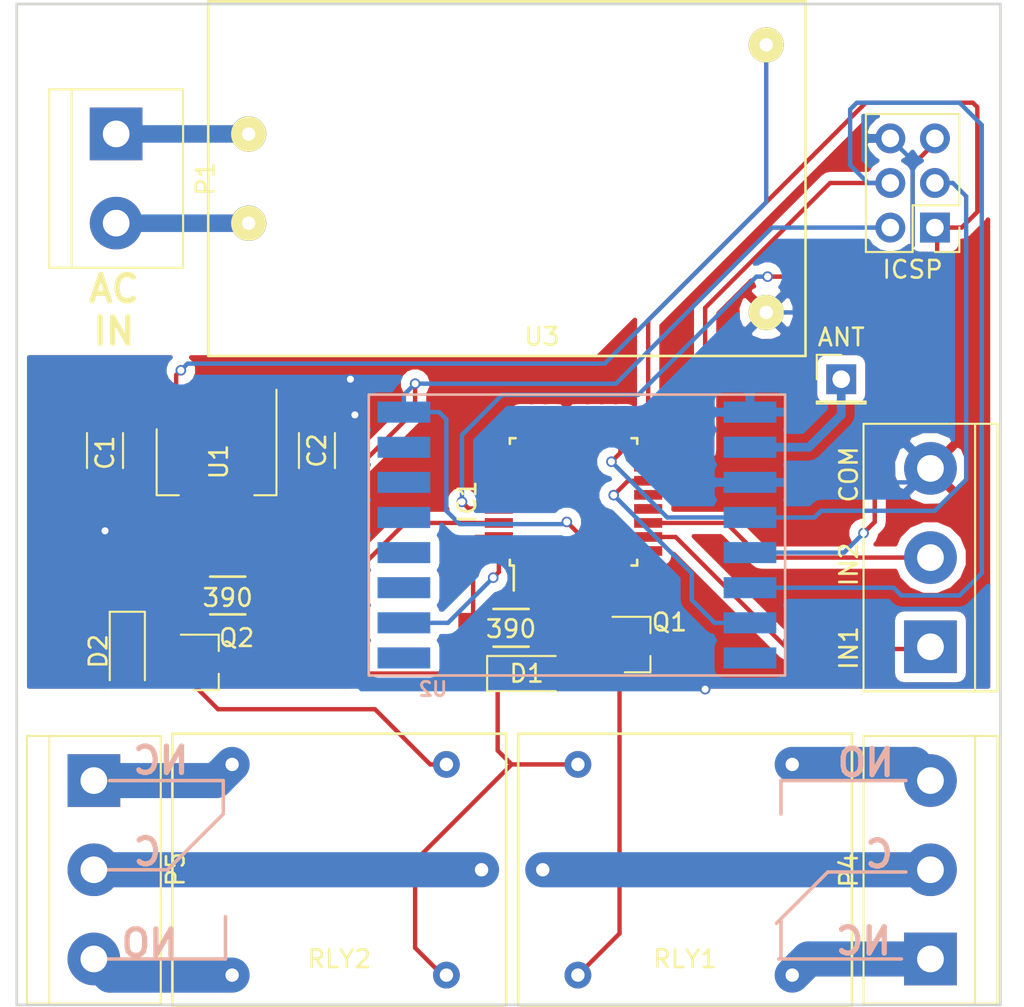
<source format=kicad_pcb>
(kicad_pcb (version 4) (host pcbnew 4.0.5-e0-6337~49~ubuntu16.04.1)

  (general
    (links 51)
    (no_connects 0)
    (area 102.865 55.274 178.68 123.659)
    (thickness 1.6)
    (drawings 24)
    (tracks 225)
    (zones 0)
    (modules 20)
    (nets 51)
  )

  (page A4)
  (layers
    (0 F.Cu signal)
    (31 B.Cu signal)
    (32 B.Adhes user)
    (33 F.Adhes user)
    (34 B.Paste user)
    (35 F.Paste user)
    (36 B.SilkS user)
    (37 F.SilkS user)
    (38 B.Mask user)
    (39 F.Mask user)
    (40 Dwgs.User user)
    (41 Cmts.User user)
    (42 Eco1.User user)
    (43 Eco2.User user)
    (44 Edge.Cuts user)
    (45 Margin user)
    (46 B.CrtYd user)
    (47 F.CrtYd user)
    (48 B.Fab user)
    (49 F.Fab user)
  )

  (setup
    (last_trace_width 0.25)
    (user_trace_width 1)
    (user_trace_width 2)
    (user_trace_width 3)
    (trace_clearance 0.2)
    (zone_clearance 0.508)
    (zone_45_only no)
    (trace_min 0.2)
    (segment_width 0.2)
    (edge_width 0.15)
    (via_size 0.6)
    (via_drill 0.4)
    (via_min_size 0.4)
    (via_min_drill 0.3)
    (uvia_size 0.3)
    (uvia_drill 0.1)
    (uvias_allowed no)
    (uvia_min_size 0.2)
    (uvia_min_drill 0.1)
    (pcb_text_width 0.3)
    (pcb_text_size 1.5 1.5)
    (mod_edge_width 0.15)
    (mod_text_size 1 1)
    (mod_text_width 0.15)
    (pad_size 1.7 1.7)
    (pad_drill 0)
    (pad_to_mask_clearance 0.2)
    (aux_axis_origin 0 0)
    (grid_origin 163.83 45.974)
    (visible_elements FFFFFF7F)
    (pcbplotparams
      (layerselection 0x010f0_80000001)
      (usegerberextensions true)
      (excludeedgelayer true)
      (linewidth 0.100000)
      (plotframeref false)
      (viasonmask false)
      (mode 1)
      (useauxorigin false)
      (hpglpennumber 1)
      (hpglpenspeed 20)
      (hpglpendiameter 15)
      (hpglpenoverlay 2)
      (psnegative false)
      (psa4output false)
      (plotreference true)
      (plotvalue true)
      (plotinvisibletext false)
      (padsonsilk false)
      (subtractmaskfromsilk false)
      (outputformat 1)
      (mirror false)
      (drillshape 0)
      (scaleselection 1)
      (outputdirectory GERBER/))
  )

  (net 0 "")
  (net 1 "Net-(IC1-Pad1)")
  (net 2 "Net-(IC1-Pad2)")
  (net 3 /3V3)
  (net 4 "Net-(IC1-Pad7)")
  (net 5 "Net-(IC1-Pad8)")
  (net 6 "Net-(IC1-Pad9)")
  (net 7 "Net-(IC1-Pad10)")
  (net 8 "Net-(IC1-Pad11)")
  (net 9 "Net-(IC1-Pad12)")
  (net 10 "Net-(IC1-Pad13)")
  (net 11 /CS)
  (net 12 /MOSI)
  (net 13 /MISO)
  (net 14 /SCK)
  (net 15 "Net-(IC1-Pad18)")
  (net 16 "Net-(IC1-Pad19)")
  (net 17 "Net-(IC1-Pad20)")
  (net 18 "Net-(IC1-Pad22)")
  (net 19 /RESET)
  (net 20 /IRQ)
  (net 21 "Net-(P2-Pad1)")
  (net 22 /S0)
  (net 23 /S1)
  (net 24 "Net-(U2-Pad1)")
  (net 25 "Net-(U2-Pad3)")
  (net 26 "Net-(U2-Pad4)")
  (net 27 "Net-(U2-Pad5)")
  (net 28 "Net-(U2-Pad6)")
  (net 29 "Net-(U2-Pad7)")
  (net 30 "Net-(U2-Pad16)")
  (net 31 /VCC)
  (net 32 /GND)
  (net 33 /SL7)
  (net 34 /SL6)
  (net 35 /SL5)
  (net 36 /SL4)
  (net 37 /SL3)
  (net 38 /SL2)
  (net 39 /SL1)
  (net 40 /SL0)
  (net 41 "Net-(P4-Pad1)")
  (net 42 "Net-(P4-Pad2)")
  (net 43 "Net-(P4-Pad3)")
  (net 44 "Net-(P5-Pad3)")
  (net 45 "Net-(P5-Pad2)")
  (net 46 "Net-(P5-Pad1)")
  (net 47 "Net-(P1-Pad2)")
  (net 48 "Net-(P1-Pad1)")
  (net 49 "Net-(Q1-Pad1)")
  (net 50 "Net-(Q2-Pad1)")

  (net_class Default "This is the default net class."
    (clearance 0.2)
    (trace_width 0.25)
    (via_dia 0.6)
    (via_drill 0.4)
    (uvia_dia 0.3)
    (uvia_drill 0.1)
    (add_net /3V3)
    (add_net /CS)
    (add_net /GND)
    (add_net /IRQ)
    (add_net /MISO)
    (add_net /MOSI)
    (add_net /RESET)
    (add_net /S0)
    (add_net /S1)
    (add_net /SCK)
    (add_net /SL0)
    (add_net /SL1)
    (add_net /SL2)
    (add_net /SL3)
    (add_net /SL4)
    (add_net /SL5)
    (add_net /SL6)
    (add_net /SL7)
    (add_net /VCC)
    (add_net "Net-(IC1-Pad1)")
    (add_net "Net-(IC1-Pad10)")
    (add_net "Net-(IC1-Pad11)")
    (add_net "Net-(IC1-Pad12)")
    (add_net "Net-(IC1-Pad13)")
    (add_net "Net-(IC1-Pad18)")
    (add_net "Net-(IC1-Pad19)")
    (add_net "Net-(IC1-Pad2)")
    (add_net "Net-(IC1-Pad20)")
    (add_net "Net-(IC1-Pad22)")
    (add_net "Net-(IC1-Pad7)")
    (add_net "Net-(IC1-Pad8)")
    (add_net "Net-(IC1-Pad9)")
    (add_net "Net-(P1-Pad1)")
    (add_net "Net-(P1-Pad2)")
    (add_net "Net-(P4-Pad1)")
    (add_net "Net-(P4-Pad2)")
    (add_net "Net-(P4-Pad3)")
    (add_net "Net-(P5-Pad1)")
    (add_net "Net-(P5-Pad2)")
    (add_net "Net-(P5-Pad3)")
    (add_net "Net-(Q1-Pad1)")
    (add_net "Net-(Q2-Pad1)")
    (add_net "Net-(U2-Pad1)")
    (add_net "Net-(U2-Pad16)")
    (add_net "Net-(U2-Pad3)")
    (add_net "Net-(U2-Pad4)")
    (add_net "Net-(U2-Pad5)")
    (add_net "Net-(U2-Pad6)")
    (add_net "Net-(U2-Pad7)")
  )

  (net_class Big ""
    (clearance 0.5)
    (trace_width 0.5)
    (via_dia 0.6)
    (via_drill 0.4)
    (uvia_dia 0.3)
    (uvia_drill 0.1)
    (add_net "Net-(P2-Pad1)")
  )

  (module Capacitors_SMD:C_1206_HandSoldering (layer F.Cu) (tedit 5885B116) (tstamp 58851CDA)
    (at 109.855 89.408 270)
    (descr "Capacitor SMD 1206, hand soldering")
    (tags "capacitor 1206")
    (path /587650E8)
    (attr smd)
    (fp_text reference C1 (at 0.127 0 270) (layer F.SilkS)
      (effects (font (size 1 1) (thickness 0.15)))
    )
    (fp_text value 10uF (at 0 2.3 270) (layer F.Fab)
      (effects (font (size 1 1) (thickness 0.15)))
    )
    (fp_line (start -1 1.025) (end 1 1.025) (layer F.SilkS) (width 0.12))
    (fp_line (start 1 -1.025) (end -1 -1.025) (layer F.SilkS) (width 0.12))
    (fp_line (start 3.3 -1.15) (end 3.3 1.15) (layer F.CrtYd) (width 0.05))
    (fp_line (start -3.3 -1.15) (end -3.3 1.15) (layer F.CrtYd) (width 0.05))
    (fp_line (start -3.3 1.15) (end 3.3 1.15) (layer F.CrtYd) (width 0.05))
    (fp_line (start -3.3 -1.15) (end 3.3 -1.15) (layer F.CrtYd) (width 0.05))
    (fp_line (start -1.6 -0.8) (end 1.6 -0.8) (layer F.Fab) (width 0.1))
    (fp_line (start 1.6 -0.8) (end 1.6 0.8) (layer F.Fab) (width 0.1))
    (fp_line (start 1.6 0.8) (end -1.6 0.8) (layer F.Fab) (width 0.1))
    (fp_line (start -1.6 0.8) (end -1.6 -0.8) (layer F.Fab) (width 0.1))
    (pad 2 smd rect (at 2 0 270) (size 2 1.6) (layers F.Cu F.Paste F.Mask)
      (net 32 /GND))
    (pad 1 smd rect (at -2 0 270) (size 2 1.6) (layers F.Cu F.Paste F.Mask)
      (net 31 /VCC))
    (model Capacitors_SMD.3dshapes/C_1206_HandSoldering.wrl
      (at (xyz 0 0 0))
      (scale (xyz 1 1 1))
      (rotate (xyz 0 0 0))
    )
  )

  (module Capacitors_SMD:C_1206_HandSoldering (layer F.Cu) (tedit 5885B110) (tstamp 58851CE0)
    (at 121.92 89.408 90)
    (descr "Capacitor SMD 1206, hand soldering")
    (tags "capacitor 1206")
    (path /58764C44)
    (attr smd)
    (fp_text reference C2 (at 0 0 90) (layer F.SilkS)
      (effects (font (size 1 1) (thickness 0.15)))
    )
    (fp_text value 10uF (at 0 2.3 90) (layer F.Fab)
      (effects (font (size 1 1) (thickness 0.15)))
    )
    (fp_line (start -1.6 0.8) (end -1.6 -0.8) (layer F.Fab) (width 0.1))
    (fp_line (start 1.6 0.8) (end -1.6 0.8) (layer F.Fab) (width 0.1))
    (fp_line (start 1.6 -0.8) (end 1.6 0.8) (layer F.Fab) (width 0.1))
    (fp_line (start -1.6 -0.8) (end 1.6 -0.8) (layer F.Fab) (width 0.1))
    (fp_line (start -3.3 -1.15) (end 3.3 -1.15) (layer F.CrtYd) (width 0.05))
    (fp_line (start -3.3 1.15) (end 3.3 1.15) (layer F.CrtYd) (width 0.05))
    (fp_line (start -3.3 -1.15) (end -3.3 1.15) (layer F.CrtYd) (width 0.05))
    (fp_line (start 3.3 -1.15) (end 3.3 1.15) (layer F.CrtYd) (width 0.05))
    (fp_line (start 1 -1.025) (end -1 -1.025) (layer F.SilkS) (width 0.12))
    (fp_line (start -1 1.025) (end 1 1.025) (layer F.SilkS) (width 0.12))
    (pad 1 smd rect (at -2 0 90) (size 2 1.6) (layers F.Cu F.Paste F.Mask)
      (net 3 /3V3))
    (pad 2 smd rect (at 2 0 90) (size 2 1.6) (layers F.Cu F.Paste F.Mask)
      (net 32 /GND))
    (model Capacitors_SMD.3dshapes/C_1206_HandSoldering.wrl
      (at (xyz 0 0 0))
      (scale (xyz 1 1 1))
      (rotate (xyz 0 0 0))
    )
  )

  (module Housings_QFP:TQFP-32_7x7mm_Pitch0.8mm (layer F.Cu) (tedit 54130A77) (tstamp 58851D04)
    (at 136.525 92.329 90)
    (descr "32-Lead Plastic Thin Quad Flatpack (PT) - 7x7x1.0 mm Body, 2.00 mm [TQFP] (see Microchip Packaging Specification 00000049BS.pdf)")
    (tags "QFP 0.8")
    (path /5876469C)
    (attr smd)
    (fp_text reference IC1 (at 0 -6.05 90) (layer F.SilkS)
      (effects (font (size 1 1) (thickness 0.15)))
    )
    (fp_text value ATMEGA328-A (at 0 6.05 90) (layer F.Fab)
      (effects (font (size 1 1) (thickness 0.15)))
    )
    (fp_line (start -3.625 -3.4) (end -5.05 -3.4) (layer F.SilkS) (width 0.15))
    (fp_line (start 3.625 -3.625) (end 3.3 -3.625) (layer F.SilkS) (width 0.15))
    (fp_line (start 3.625 3.625) (end 3.3 3.625) (layer F.SilkS) (width 0.15))
    (fp_line (start -3.625 3.625) (end -3.3 3.625) (layer F.SilkS) (width 0.15))
    (fp_line (start -3.625 -3.625) (end -3.3 -3.625) (layer F.SilkS) (width 0.15))
    (fp_line (start -3.625 3.625) (end -3.625 3.3) (layer F.SilkS) (width 0.15))
    (fp_line (start 3.625 3.625) (end 3.625 3.3) (layer F.SilkS) (width 0.15))
    (fp_line (start 3.625 -3.625) (end 3.625 -3.3) (layer F.SilkS) (width 0.15))
    (fp_line (start -3.625 -3.625) (end -3.625 -3.4) (layer F.SilkS) (width 0.15))
    (fp_line (start -5.3 5.3) (end 5.3 5.3) (layer F.CrtYd) (width 0.05))
    (fp_line (start -5.3 -5.3) (end 5.3 -5.3) (layer F.CrtYd) (width 0.05))
    (fp_line (start 5.3 -5.3) (end 5.3 5.3) (layer F.CrtYd) (width 0.05))
    (fp_line (start -5.3 -5.3) (end -5.3 5.3) (layer F.CrtYd) (width 0.05))
    (fp_line (start -3.5 -2.5) (end -2.5 -3.5) (layer F.Fab) (width 0.15))
    (fp_line (start -3.5 3.5) (end -3.5 -2.5) (layer F.Fab) (width 0.15))
    (fp_line (start 3.5 3.5) (end -3.5 3.5) (layer F.Fab) (width 0.15))
    (fp_line (start 3.5 -3.5) (end 3.5 3.5) (layer F.Fab) (width 0.15))
    (fp_line (start -2.5 -3.5) (end 3.5 -3.5) (layer F.Fab) (width 0.15))
    (fp_text user %R (at 0 0 90) (layer F.Fab)
      (effects (font (size 1 1) (thickness 0.15)))
    )
    (pad 32 smd rect (at -2.8 -4.25 180) (size 1.6 0.55) (layers F.Cu F.Paste F.Mask)
      (net 20 /IRQ))
    (pad 31 smd rect (at -2 -4.25 180) (size 1.6 0.55) (layers F.Cu F.Paste F.Mask)
      (net 40 /SL0))
    (pad 30 smd rect (at -1.2 -4.25 180) (size 1.6 0.55) (layers F.Cu F.Paste F.Mask)
      (net 39 /SL1))
    (pad 29 smd rect (at -0.4 -4.25 180) (size 1.6 0.55) (layers F.Cu F.Paste F.Mask)
      (net 19 /RESET))
    (pad 28 smd rect (at 0.4 -4.25 180) (size 1.6 0.55) (layers F.Cu F.Paste F.Mask)
      (net 38 /SL2))
    (pad 27 smd rect (at 1.2 -4.25 180) (size 1.6 0.55) (layers F.Cu F.Paste F.Mask)
      (net 37 /SL3))
    (pad 26 smd rect (at 2 -4.25 180) (size 1.6 0.55) (layers F.Cu F.Paste F.Mask)
      (net 36 /SL4))
    (pad 25 smd rect (at 2.8 -4.25 180) (size 1.6 0.55) (layers F.Cu F.Paste F.Mask)
      (net 35 /SL5))
    (pad 24 smd rect (at 4.25 -2.8 90) (size 1.6 0.55) (layers F.Cu F.Paste F.Mask)
      (net 34 /SL6))
    (pad 23 smd rect (at 4.25 -2 90) (size 1.6 0.55) (layers F.Cu F.Paste F.Mask)
      (net 33 /SL7))
    (pad 22 smd rect (at 4.25 -1.2 90) (size 1.6 0.55) (layers F.Cu F.Paste F.Mask)
      (net 18 "Net-(IC1-Pad22)"))
    (pad 21 smd rect (at 4.25 -0.4 90) (size 1.6 0.55) (layers F.Cu F.Paste F.Mask)
      (net 32 /GND))
    (pad 20 smd rect (at 4.25 0.4 90) (size 1.6 0.55) (layers F.Cu F.Paste F.Mask)
      (net 17 "Net-(IC1-Pad20)"))
    (pad 19 smd rect (at 4.25 1.2 90) (size 1.6 0.55) (layers F.Cu F.Paste F.Mask)
      (net 16 "Net-(IC1-Pad19)"))
    (pad 18 smd rect (at 4.25 2 90) (size 1.6 0.55) (layers F.Cu F.Paste F.Mask)
      (net 15 "Net-(IC1-Pad18)"))
    (pad 17 smd rect (at 4.25 2.8 90) (size 1.6 0.55) (layers F.Cu F.Paste F.Mask)
      (net 14 /SCK))
    (pad 16 smd rect (at 2.8 4.25 180) (size 1.6 0.55) (layers F.Cu F.Paste F.Mask)
      (net 13 /MISO))
    (pad 15 smd rect (at 2 4.25 180) (size 1.6 0.55) (layers F.Cu F.Paste F.Mask)
      (net 12 /MOSI))
    (pad 14 smd rect (at 1.2 4.25 180) (size 1.6 0.55) (layers F.Cu F.Paste F.Mask)
      (net 11 /CS))
    (pad 13 smd rect (at 0.4 4.25 180) (size 1.6 0.55) (layers F.Cu F.Paste F.Mask)
      (net 10 "Net-(IC1-Pad13)"))
    (pad 12 smd rect (at -0.4 4.25 180) (size 1.6 0.55) (layers F.Cu F.Paste F.Mask)
      (net 9 "Net-(IC1-Pad12)"))
    (pad 11 smd rect (at -1.2 4.25 180) (size 1.6 0.55) (layers F.Cu F.Paste F.Mask)
      (net 8 "Net-(IC1-Pad11)"))
    (pad 10 smd rect (at -2 4.25 180) (size 1.6 0.55) (layers F.Cu F.Paste F.Mask)
      (net 7 "Net-(IC1-Pad10)"))
    (pad 9 smd rect (at -2.8 4.25 180) (size 1.6 0.55) (layers F.Cu F.Paste F.Mask)
      (net 6 "Net-(IC1-Pad9)"))
    (pad 8 smd rect (at -4.25 2.8 90) (size 1.6 0.55) (layers F.Cu F.Paste F.Mask)
      (net 5 "Net-(IC1-Pad8)"))
    (pad 7 smd rect (at -4.25 2 90) (size 1.6 0.55) (layers F.Cu F.Paste F.Mask)
      (net 4 "Net-(IC1-Pad7)"))
    (pad 6 smd rect (at -4.25 1.2 90) (size 1.6 0.55) (layers F.Cu F.Paste F.Mask)
      (net 3 /3V3))
    (pad 5 smd rect (at -4.25 0.4 90) (size 1.6 0.55) (layers F.Cu F.Paste F.Mask)
      (net 32 /GND))
    (pad 4 smd rect (at -4.25 -0.4 90) (size 1.6 0.55) (layers F.Cu F.Paste F.Mask)
      (net 3 /3V3))
    (pad 3 smd rect (at -4.25 -1.2 90) (size 1.6 0.55) (layers F.Cu F.Paste F.Mask)
      (net 32 /GND))
    (pad 2 smd rect (at -4.25 -2 90) (size 1.6 0.55) (layers F.Cu F.Paste F.Mask)
      (net 2 "Net-(IC1-Pad2)"))
    (pad 1 smd rect (at -4.25 -2.8 90) (size 1.6 0.55) (layers F.Cu F.Paste F.Mask)
      (net 1 "Net-(IC1-Pad1)"))
    (model Housings_QFP.3dshapes/TQFP-32_7x7mm_Pitch0.8mm.wrl
      (at (xyz 0 0 0))
      (scale (xyz 1 1 1))
      (rotate (xyz 0 0 0))
    )
  )

  (module Connectors:bornier2 (layer F.Cu) (tedit 587FD522) (tstamp 58851D0A)
    (at 110.49 71.374 270)
    (descr "Bornier d'alimentation 2 pins")
    (tags DEV)
    (path /58852A1C)
    (fp_text reference P1 (at 2.54 -5.08 270) (layer F.SilkS)
      (effects (font (size 1 1) (thickness 0.15)))
    )
    (fp_text value CONN_01X02 (at 2.54 5.08 270) (layer F.Fab)
      (effects (font (size 1 1) (thickness 0.15)))
    )
    (fp_line (start 7.79 4) (end -2.71 4) (layer F.CrtYd) (width 0.05))
    (fp_line (start 7.79 4) (end 7.79 -4) (layer F.CrtYd) (width 0.05))
    (fp_line (start -2.71 -4) (end -2.71 4) (layer F.CrtYd) (width 0.05))
    (fp_line (start -2.71 -4) (end 7.79 -4) (layer F.CrtYd) (width 0.05))
    (fp_line (start -2.54 3.81) (end 7.62 3.81) (layer F.SilkS) (width 0.12))
    (fp_line (start -2.54 -3.81) (end -2.54 3.81) (layer F.SilkS) (width 0.12))
    (fp_line (start 7.62 -3.81) (end -2.54 -3.81) (layer F.SilkS) (width 0.12))
    (fp_line (start 7.62 3.81) (end 7.62 -3.81) (layer F.SilkS) (width 0.12))
    (fp_line (start 7.62 2.54) (end -2.54 2.54) (layer F.SilkS) (width 0.12))
    (fp_line (start 7.54 -3.75) (end -2.46 -3.75) (layer F.Fab) (width 0.1))
    (fp_line (start 7.54 3.75) (end 7.54 -3.75) (layer F.Fab) (width 0.1))
    (fp_line (start -2.46 3.75) (end 7.54 3.75) (layer F.Fab) (width 0.1))
    (fp_line (start -2.46 -3.75) (end -2.46 3.75) (layer F.Fab) (width 0.1))
    (fp_line (start -2.41 2.55) (end 7.49 2.55) (layer F.Fab) (width 0.1))
    (pad 2 thru_hole circle (at 5.08 0 270) (size 3 3) (drill 1.52) (layers *.Cu *.Mask)
      (net 47 "Net-(P1-Pad2)"))
    (pad 1 thru_hole rect (at 0 0 270) (size 3 3) (drill 1.52) (layers *.Cu *.Mask)
      (net 48 "Net-(P1-Pad1)"))
    (model Connectors.3dshapes/bornier2.wrl
      (at (xyz 0 0 0))
      (scale (xyz 1 1 1))
      (rotate (xyz 0 0 0))
    )
  )

  (module Pin_Headers:Pin_Header_Straight_1x01_Pitch2.54mm (layer F.Cu) (tedit 5885B23C) (tstamp 58851D0F)
    (at 151.765 85.344)
    (descr "Through hole straight pin header, 1x01, 2.54mm pitch, single row")
    (tags "Through hole pin header THT 1x01 2.54mm single row")
    (path /58765535)
    (fp_text reference ANT (at 0 -2.39) (layer F.SilkS)
      (effects (font (size 1 1) (thickness 0.15)))
    )
    (fp_text value ANT (at 0 2.39) (layer F.Fab)
      (effects (font (size 1 1) (thickness 0.15)))
    )
    (fp_line (start 1.6 -1.6) (end -1.6 -1.6) (layer F.CrtYd) (width 0.05))
    (fp_line (start 1.6 1.6) (end 1.6 -1.6) (layer F.CrtYd) (width 0.05))
    (fp_line (start -1.6 1.6) (end 1.6 1.6) (layer F.CrtYd) (width 0.05))
    (fp_line (start -1.6 -1.6) (end -1.6 1.6) (layer F.CrtYd) (width 0.05))
    (fp_line (start -1.39 -1.39) (end 0 -1.39) (layer F.SilkS) (width 0.12))
    (fp_line (start -1.39 0) (end -1.39 -1.39) (layer F.SilkS) (width 0.12))
    (fp_line (start 1.39 1.27) (end -1.39 1.27) (layer F.SilkS) (width 0.12))
    (fp_line (start 1.39 1.39) (end 1.39 1.27) (layer F.SilkS) (width 0.12))
    (fp_line (start -1.39 1.39) (end 1.39 1.39) (layer F.SilkS) (width 0.12))
    (fp_line (start -1.39 1.27) (end -1.39 1.39) (layer F.SilkS) (width 0.12))
    (fp_line (start 1.27 -1.27) (end -1.27 -1.27) (layer F.Fab) (width 0.1))
    (fp_line (start 1.27 1.27) (end 1.27 -1.27) (layer F.Fab) (width 0.1))
    (fp_line (start -1.27 1.27) (end 1.27 1.27) (layer F.Fab) (width 0.1))
    (fp_line (start -1.27 -1.27) (end -1.27 1.27) (layer F.Fab) (width 0.1))
    (pad 1 thru_hole rect (at 0 0) (size 1.7 1.7) (drill 1) (layers *.Cu *.Mask)
      (net 21 "Net-(P2-Pad1)"))
    (model Pin_Headers.3dshapes/Pin_Header_Straight_1x01_Pitch2.54mm.wrl
      (at (xyz 0 0 0))
      (scale (xyz 1 1 1))
      (rotate (xyz 0 0 90))
    )
  )

  (module Pin_Headers:Pin_Header_Straight_2x03_Pitch2.54mm (layer F.Cu) (tedit 5885B239) (tstamp 58851D19)
    (at 157.099 76.708 180)
    (descr "Through hole straight pin header, 2x03, 2.54mm pitch, double rows")
    (tags "Through hole pin header THT 2x03 2.54mm double row")
    (path /58764DB3)
    (fp_text reference ICSP (at 1.27 -2.39 180) (layer F.SilkS)
      (effects (font (size 1 1) (thickness 0.15)))
    )
    (fp_text value CONN_02X03 (at 1.27 7.47 180) (layer F.Fab)
      (effects (font (size 1 1) (thickness 0.15)))
    )
    (fp_line (start 4.1 -1.6) (end -1.6 -1.6) (layer F.CrtYd) (width 0.05))
    (fp_line (start 4.1 6.6) (end 4.1 -1.6) (layer F.CrtYd) (width 0.05))
    (fp_line (start -1.6 6.6) (end 4.1 6.6) (layer F.CrtYd) (width 0.05))
    (fp_line (start -1.6 -1.6) (end -1.6 6.6) (layer F.CrtYd) (width 0.05))
    (fp_line (start -1.39 -1.39) (end 0 -1.39) (layer F.SilkS) (width 0.12))
    (fp_line (start -1.39 0) (end -1.39 -1.39) (layer F.SilkS) (width 0.12))
    (fp_line (start 1.27 1.27) (end -1.39 1.27) (layer F.SilkS) (width 0.12))
    (fp_line (start 1.27 -1.39) (end 1.27 1.27) (layer F.SilkS) (width 0.12))
    (fp_line (start 3.93 -1.39) (end 1.27 -1.39) (layer F.SilkS) (width 0.12))
    (fp_line (start 3.93 6.47) (end 3.93 -1.39) (layer F.SilkS) (width 0.12))
    (fp_line (start -1.39 6.47) (end 3.93 6.47) (layer F.SilkS) (width 0.12))
    (fp_line (start -1.39 1.27) (end -1.39 6.47) (layer F.SilkS) (width 0.12))
    (fp_line (start 3.81 -1.27) (end -1.27 -1.27) (layer F.Fab) (width 0.1))
    (fp_line (start 3.81 6.35) (end 3.81 -1.27) (layer F.Fab) (width 0.1))
    (fp_line (start -1.27 6.35) (end 3.81 6.35) (layer F.Fab) (width 0.1))
    (fp_line (start -1.27 -1.27) (end -1.27 6.35) (layer F.Fab) (width 0.1))
    (pad 6 thru_hole oval (at 2.54 5.08 180) (size 1.7 1.7) (drill 1) (layers *.Cu *.Mask)
      (net 32 /GND))
    (pad 5 thru_hole oval (at 0 5.08 180) (size 1.7 1.7) (drill 1) (layers *.Cu *.Mask)
      (net 19 /RESET))
    (pad 4 thru_hole oval (at 2.54 2.54 180) (size 1.7 1.7) (drill 1) (layers *.Cu *.Mask)
      (net 12 /MOSI))
    (pad 3 thru_hole oval (at 0 2.54 180) (size 1.7 1.7) (drill 1) (layers *.Cu *.Mask)
      (net 14 /SCK))
    (pad 2 thru_hole oval (at 2.54 0 180) (size 1.7 1.7) (drill 1) (layers *.Cu *.Mask)
      (net 3 /3V3))
    (pad 1 thru_hole rect (at 0 0 180) (size 1.7 1.7) (drill 1) (layers *.Cu *.Mask)
      (net 13 /MISO))
    (model Pin_Headers.3dshapes/Pin_Header_Straight_2x03_Pitch2.54mm.wrl
      (at (xyz 0.05 -0.1 0))
      (scale (xyz 1 1 1))
      (rotate (xyz 0 0 90))
    )
  )

  (module Connectors:bornier3 (layer F.Cu) (tedit 5885B267) (tstamp 58851D20)
    (at 156.845 118.364 90)
    (descr "Bornier d'alimentation 3 pins")
    (tags DEV)
    (path /5882307D)
    (fp_text reference P4 (at 5.05 -4.65 90) (layer F.SilkS)
      (effects (font (size 1 1) (thickness 0.15)))
    )
    (fp_text value "" (at 5.08 5.08 90) (layer F.Fab)
      (effects (font (size 1 1) (thickness 0.15)))
    )
    (fp_line (start -2.47 2.55) (end 12.63 2.55) (layer F.Fab) (width 0.1))
    (fp_line (start -2.47 -3.75) (end 12.63 -3.75) (layer F.Fab) (width 0.1))
    (fp_line (start 12.63 -3.75) (end 12.63 3.75) (layer F.Fab) (width 0.1))
    (fp_line (start 12.63 3.75) (end -2.47 3.75) (layer F.Fab) (width 0.1))
    (fp_line (start -2.47 3.75) (end -2.47 -3.75) (layer F.Fab) (width 0.1))
    (fp_line (start -2.54 3.81) (end -2.54 -3.81) (layer F.SilkS) (width 0.12))
    (fp_line (start 12.7 3.81) (end 12.7 -3.81) (layer F.SilkS) (width 0.12))
    (fp_line (start -2.54 2.54) (end 12.7 2.54) (layer F.SilkS) (width 0.12))
    (fp_line (start -2.54 -3.81) (end 12.7 -3.81) (layer F.SilkS) (width 0.12))
    (fp_line (start -2.54 3.81) (end 12.7 3.81) (layer F.SilkS) (width 0.12))
    (fp_line (start -2.72 -4) (end 12.88 -4) (layer F.CrtYd) (width 0.05))
    (fp_line (start -2.72 -4) (end -2.72 4) (layer F.CrtYd) (width 0.05))
    (fp_line (start 12.88 4) (end 12.88 -4) (layer F.CrtYd) (width 0.05))
    (fp_line (start 12.88 4) (end -2.72 4) (layer F.CrtYd) (width 0.05))
    (pad 1 thru_hole rect (at 0 0 90) (size 3 3) (drill 1.52) (layers *.Cu *.Mask)
      (net 41 "Net-(P4-Pad1)"))
    (pad 2 thru_hole circle (at 5.08 0 90) (size 3 3) (drill 1.52) (layers *.Cu *.Mask)
      (net 42 "Net-(P4-Pad2)"))
    (pad 3 thru_hole circle (at 10.16 0 90) (size 3 3) (drill 1.52) (layers *.Cu *.Mask)
      (net 43 "Net-(P4-Pad3)"))
    (model Connectors.3dshapes/bornier3.wrl
      (at (xyz 0 0 0))
      (scale (xyz 1 1 1))
      (rotate (xyz 0 0 0))
    )
  )

  (module Connectors:bornier3 (layer F.Cu) (tedit 5885B269) (tstamp 58851D27)
    (at 109.22 108.204 270)
    (descr "Bornier d'alimentation 3 pins")
    (tags DEV)
    (path /58823D2E)
    (fp_text reference P5 (at 5.05 -4.65 270) (layer F.SilkS)
      (effects (font (size 1 1) (thickness 0.15)))
    )
    (fp_text value "" (at 5.08 5.08 270) (layer F.Fab)
      (effects (font (size 1 1) (thickness 0.15)))
    )
    (fp_line (start 12.88 4) (end -2.72 4) (layer F.CrtYd) (width 0.05))
    (fp_line (start 12.88 4) (end 12.88 -4) (layer F.CrtYd) (width 0.05))
    (fp_line (start -2.72 -4) (end -2.72 4) (layer F.CrtYd) (width 0.05))
    (fp_line (start -2.72 -4) (end 12.88 -4) (layer F.CrtYd) (width 0.05))
    (fp_line (start -2.54 3.81) (end 12.7 3.81) (layer F.SilkS) (width 0.12))
    (fp_line (start -2.54 -3.81) (end 12.7 -3.81) (layer F.SilkS) (width 0.12))
    (fp_line (start -2.54 2.54) (end 12.7 2.54) (layer F.SilkS) (width 0.12))
    (fp_line (start 12.7 3.81) (end 12.7 -3.81) (layer F.SilkS) (width 0.12))
    (fp_line (start -2.54 3.81) (end -2.54 -3.81) (layer F.SilkS) (width 0.12))
    (fp_line (start -2.47 3.75) (end -2.47 -3.75) (layer F.Fab) (width 0.1))
    (fp_line (start 12.63 3.75) (end -2.47 3.75) (layer F.Fab) (width 0.1))
    (fp_line (start 12.63 -3.75) (end 12.63 3.75) (layer F.Fab) (width 0.1))
    (fp_line (start -2.47 -3.75) (end 12.63 -3.75) (layer F.Fab) (width 0.1))
    (fp_line (start -2.47 2.55) (end 12.63 2.55) (layer F.Fab) (width 0.1))
    (pad 3 thru_hole circle (at 10.16 0 270) (size 3 3) (drill 1.52) (layers *.Cu *.Mask)
      (net 44 "Net-(P5-Pad3)"))
    (pad 2 thru_hole circle (at 5.08 0 270) (size 3 3) (drill 1.52) (layers *.Cu *.Mask)
      (net 45 "Net-(P5-Pad2)"))
    (pad 1 thru_hole rect (at 0 0 270) (size 3 3) (drill 1.52) (layers *.Cu *.Mask)
      (net 46 "Net-(P5-Pad1)"))
    (model Connectors.3dshapes/bornier3.wrl
      (at (xyz 0 0 0))
      (scale (xyz 1 1 1))
      (rotate (xyz 0 0 0))
    )
  )

  (module Connectors:bornier3 (layer F.Cu) (tedit 5885B264) (tstamp 58851D2E)
    (at 156.845 100.584 90)
    (descr "Bornier d'alimentation 3 pins")
    (tags DEV)
    (path /58852D01)
    (fp_text reference "IN1   IN2   COM" (at 5.05 -4.65 90) (layer F.SilkS)
      (effects (font (size 1 1) (thickness 0.15)))
    )
    (fp_text value "" (at 5.08 5.08 90) (layer F.Fab)
      (effects (font (size 1 1) (thickness 0.15)))
    )
    (fp_line (start 12.88 4) (end -2.72 4) (layer F.CrtYd) (width 0.05))
    (fp_line (start 12.88 4) (end 12.88 -4) (layer F.CrtYd) (width 0.05))
    (fp_line (start -2.72 -4) (end -2.72 4) (layer F.CrtYd) (width 0.05))
    (fp_line (start -2.72 -4) (end 12.88 -4) (layer F.CrtYd) (width 0.05))
    (fp_line (start -2.54 3.81) (end 12.7 3.81) (layer F.SilkS) (width 0.12))
    (fp_line (start -2.54 -3.81) (end 12.7 -3.81) (layer F.SilkS) (width 0.12))
    (fp_line (start -2.54 2.54) (end 12.7 2.54) (layer F.SilkS) (width 0.12))
    (fp_line (start 12.7 3.81) (end 12.7 -3.81) (layer F.SilkS) (width 0.12))
    (fp_line (start -2.54 3.81) (end -2.54 -3.81) (layer F.SilkS) (width 0.12))
    (fp_line (start -2.47 3.75) (end -2.47 -3.75) (layer F.Fab) (width 0.1))
    (fp_line (start 12.63 3.75) (end -2.47 3.75) (layer F.Fab) (width 0.1))
    (fp_line (start 12.63 -3.75) (end 12.63 3.75) (layer F.Fab) (width 0.1))
    (fp_line (start -2.47 -3.75) (end 12.63 -3.75) (layer F.Fab) (width 0.1))
    (fp_line (start -2.47 2.55) (end 12.63 2.55) (layer F.Fab) (width 0.1))
    (pad 3 thru_hole circle (at 10.16 0 90) (size 3 3) (drill 1.52) (layers *.Cu *.Mask)
      (net 32 /GND))
    (pad 2 thru_hole circle (at 5.08 0 90) (size 3 3) (drill 1.52) (layers *.Cu *.Mask)
      (net 8 "Net-(IC1-Pad11)"))
    (pad 1 thru_hole rect (at 0 0 90) (size 3 3) (drill 1.52) (layers *.Cu *.Mask)
      (net 7 "Net-(IC1-Pad10)"))
    (model Connectors.3dshapes/bornier3.wrl
      (at (xyz 0 0 0))
      (scale (xyz 1 1 1))
      (rotate (xyz 0 0 0))
    )
  )

  (module TO_SOT_Packages_SMD:SOT-23 (layer F.Cu) (tedit 5885B0F7) (tstamp 58851D35)
    (at 140.1445 100.457)
    (descr "SOT-23, Standard")
    (tags SOT-23)
    (path /58851D41)
    (attr smd)
    (fp_text reference Q1 (at 1.8415 -1.27) (layer F.SilkS)
      (effects (font (size 1 1) (thickness 0.15)))
    )
    (fp_text value PZT2222A (at 0 2.5) (layer F.Fab)
      (effects (font (size 1 1) (thickness 0.15)))
    )
    (fp_line (start 0.76 1.58) (end 0.76 0.65) (layer F.SilkS) (width 0.12))
    (fp_line (start 0.76 -1.58) (end 0.76 -0.65) (layer F.SilkS) (width 0.12))
    (fp_line (start 0.7 -1.52) (end 0.7 1.52) (layer F.Fab) (width 0.15))
    (fp_line (start -0.7 1.52) (end 0.7 1.52) (layer F.Fab) (width 0.15))
    (fp_line (start -1.7 -1.75) (end 1.7 -1.75) (layer F.CrtYd) (width 0.05))
    (fp_line (start 1.7 -1.75) (end 1.7 1.75) (layer F.CrtYd) (width 0.05))
    (fp_line (start 1.7 1.75) (end -1.7 1.75) (layer F.CrtYd) (width 0.05))
    (fp_line (start -1.7 1.75) (end -1.7 -1.75) (layer F.CrtYd) (width 0.05))
    (fp_line (start 0.76 -1.58) (end -1.4 -1.58) (layer F.SilkS) (width 0.12))
    (fp_line (start -0.7 -1.52) (end 0.7 -1.52) (layer F.Fab) (width 0.15))
    (fp_line (start -0.7 -1.52) (end -0.7 1.52) (layer F.Fab) (width 0.15))
    (fp_line (start 0.76 1.58) (end -0.7 1.58) (layer F.SilkS) (width 0.12))
    (pad 1 smd rect (at -1 -0.95) (size 0.9 0.8) (layers F.Cu F.Paste F.Mask)
      (net 49 "Net-(Q1-Pad1)"))
    (pad 2 smd rect (at -1 0.95) (size 0.9 0.8) (layers F.Cu F.Paste F.Mask)
      (net 22 /S0))
    (pad 3 smd rect (at 1 0) (size 0.9 0.8) (layers F.Cu F.Paste F.Mask)
      (net 32 /GND))
    (model TO_SOT_Packages_SMD.3dshapes/SOT-23.wrl
      (at (xyz 0 0 0))
      (scale (xyz 1 1 1))
      (rotate (xyz 0 0 90))
    )
  )

  (module TO_SOT_Packages_SMD:SOT-23 (layer F.Cu) (tedit 5885B0FE) (tstamp 58851D3C)
    (at 115.57 101.473)
    (descr "SOT-23, Standard")
    (tags SOT-23)
    (path /588522B6)
    (attr smd)
    (fp_text reference Q2 (at 1.778 -1.397) (layer F.SilkS)
      (effects (font (size 1 1) (thickness 0.15)))
    )
    (fp_text value PZT2222A (at 0 2.5) (layer F.Fab)
      (effects (font (size 1 1) (thickness 0.15)))
    )
    (fp_line (start 0.76 1.58) (end -0.7 1.58) (layer F.SilkS) (width 0.12))
    (fp_line (start -0.7 -1.52) (end -0.7 1.52) (layer F.Fab) (width 0.15))
    (fp_line (start -0.7 -1.52) (end 0.7 -1.52) (layer F.Fab) (width 0.15))
    (fp_line (start 0.76 -1.58) (end -1.4 -1.58) (layer F.SilkS) (width 0.12))
    (fp_line (start -1.7 1.75) (end -1.7 -1.75) (layer F.CrtYd) (width 0.05))
    (fp_line (start 1.7 1.75) (end -1.7 1.75) (layer F.CrtYd) (width 0.05))
    (fp_line (start 1.7 -1.75) (end 1.7 1.75) (layer F.CrtYd) (width 0.05))
    (fp_line (start -1.7 -1.75) (end 1.7 -1.75) (layer F.CrtYd) (width 0.05))
    (fp_line (start -0.7 1.52) (end 0.7 1.52) (layer F.Fab) (width 0.15))
    (fp_line (start 0.7 -1.52) (end 0.7 1.52) (layer F.Fab) (width 0.15))
    (fp_line (start 0.76 -1.58) (end 0.76 -0.65) (layer F.SilkS) (width 0.12))
    (fp_line (start 0.76 1.58) (end 0.76 0.65) (layer F.SilkS) (width 0.12))
    (pad 3 smd rect (at 1 0) (size 0.9 0.8) (layers F.Cu F.Paste F.Mask)
      (net 32 /GND))
    (pad 2 smd rect (at -1 0.95) (size 0.9 0.8) (layers F.Cu F.Paste F.Mask)
      (net 23 /S1))
    (pad 1 smd rect (at -1 -0.95) (size 0.9 0.8) (layers F.Cu F.Paste F.Mask)
      (net 50 "Net-(Q2-Pad1)"))
    (model TO_SOT_Packages_SMD.3dshapes/SOT-23.wrl
      (at (xyz 0 0 0))
      (scale (xyz 1 1 1))
      (rotate (xyz 0 0 90))
    )
  )

  (module Resistors_SMD:R_1206_HandSoldering (layer F.Cu) (tedit 5885B0EE) (tstamp 58851D42)
    (at 132.969 99.5045 180)
    (descr "Resistor SMD 1206, hand soldering")
    (tags "resistor 1206")
    (path /58851E23)
    (attr smd)
    (fp_text reference 390 (at 0 -0.0635 180) (layer F.SilkS)
      (effects (font (size 1 1) (thickness 0.15)))
    )
    (fp_text value R (at 0 2.3 180) (layer F.Fab)
      (effects (font (size 1 1) (thickness 0.15)))
    )
    (fp_line (start -1.6 0.8) (end -1.6 -0.8) (layer F.Fab) (width 0.1))
    (fp_line (start 1.6 0.8) (end -1.6 0.8) (layer F.Fab) (width 0.1))
    (fp_line (start 1.6 -0.8) (end 1.6 0.8) (layer F.Fab) (width 0.1))
    (fp_line (start -1.6 -0.8) (end 1.6 -0.8) (layer F.Fab) (width 0.1))
    (fp_line (start -3.3 -1.2) (end 3.3 -1.2) (layer F.CrtYd) (width 0.05))
    (fp_line (start -3.3 1.2) (end 3.3 1.2) (layer F.CrtYd) (width 0.05))
    (fp_line (start -3.3 -1.2) (end -3.3 1.2) (layer F.CrtYd) (width 0.05))
    (fp_line (start 3.3 -1.2) (end 3.3 1.2) (layer F.CrtYd) (width 0.05))
    (fp_line (start 1 1.075) (end -1 1.075) (layer F.SilkS) (width 0.15))
    (fp_line (start -1 -1.075) (end 1 -1.075) (layer F.SilkS) (width 0.15))
    (pad 1 smd rect (at -2 0 180) (size 2 1.7) (layers F.Cu F.Paste F.Mask)
      (net 49 "Net-(Q1-Pad1)"))
    (pad 2 smd rect (at 2 0 180) (size 2 1.7) (layers F.Cu F.Paste F.Mask)
      (net 40 /SL0))
    (model Resistors_SMD.3dshapes/R_1206_HandSoldering.wrl
      (at (xyz 0 0 0))
      (scale (xyz 1 1 1))
      (rotate (xyz 0 0 0))
    )
  )

  (module Resistors_SMD:R_1206_HandSoldering (layer F.Cu) (tedit 5885B0D0) (tstamp 58851D48)
    (at 116.84 97.663)
    (descr "Resistor SMD 1206, hand soldering")
    (tags "resistor 1206")
    (path /588522BC)
    (attr smd)
    (fp_text reference 390 (at 0 0.127) (layer F.SilkS)
      (effects (font (size 1 1) (thickness 0.15)))
    )
    (fp_text value R (at 0 2.3) (layer F.Fab)
      (effects (font (size 1 1) (thickness 0.15)))
    )
    (fp_line (start -1 -1.075) (end 1 -1.075) (layer F.SilkS) (width 0.15))
    (fp_line (start 1 1.075) (end -1 1.075) (layer F.SilkS) (width 0.15))
    (fp_line (start 3.3 -1.2) (end 3.3 1.2) (layer F.CrtYd) (width 0.05))
    (fp_line (start -3.3 -1.2) (end -3.3 1.2) (layer F.CrtYd) (width 0.05))
    (fp_line (start -3.3 1.2) (end 3.3 1.2) (layer F.CrtYd) (width 0.05))
    (fp_line (start -3.3 -1.2) (end 3.3 -1.2) (layer F.CrtYd) (width 0.05))
    (fp_line (start -1.6 -0.8) (end 1.6 -0.8) (layer F.Fab) (width 0.1))
    (fp_line (start 1.6 -0.8) (end 1.6 0.8) (layer F.Fab) (width 0.1))
    (fp_line (start 1.6 0.8) (end -1.6 0.8) (layer F.Fab) (width 0.1))
    (fp_line (start -1.6 0.8) (end -1.6 -0.8) (layer F.Fab) (width 0.1))
    (pad 2 smd rect (at 2 0) (size 2 1.7) (layers F.Cu F.Paste F.Mask)
      (net 39 /SL1))
    (pad 1 smd rect (at -2 0) (size 2 1.7) (layers F.Cu F.Paste F.Mask)
      (net 50 "Net-(Q2-Pad1)"))
    (model Resistors_SMD.3dshapes/R_1206_HandSoldering.wrl
      (at (xyz 0 0 0))
      (scale (xyz 1 1 1))
      (rotate (xyz 0 0 0))
    )
  )

  (module MyLibrary:SRD_Relay_TypeC (layer F.Cu) (tedit 5885B0BD) (tstamp 58851D51)
    (at 142.875 113.284)
    (path /588234F5)
    (fp_text reference RLY1 (at 0 5.08) (layer F.SilkS)
      (effects (font (size 1 1) (thickness 0.15)))
    )
    (fp_text value SRD_Type_C (at 0.25 -6.75) (layer F.Fab)
      (effects (font (size 1 1) (thickness 0.15)))
    )
    (fp_line (start -9.5 -7.75) (end 9.5 -7.75) (layer F.SilkS) (width 0.15))
    (fp_line (start 9.5 -7.75) (end 9.5 7.75) (layer F.SilkS) (width 0.15))
    (fp_line (start 9.5 7.75) (end -9.5 7.75) (layer F.SilkS) (width 0.15))
    (fp_line (start -9.5 7.75) (end -9.5 -7.75) (layer F.SilkS) (width 0.15))
    (pad 1 thru_hole circle (at -6.1 -6) (size 1.524 1.524) (drill 0.762) (layers *.Cu *.Mask)
      (net 31 /VCC))
    (pad 2 thru_hole circle (at -6.1 6) (size 1.524 1.524) (drill 0.762) (layers *.Cu *.Mask)
      (net 22 /S0))
    (pad 4 thru_hole circle (at 6.1 6) (size 1.524 1.524) (drill 0.762) (layers *.Cu *.Mask)
      (net 41 "Net-(P4-Pad1)"))
    (pad 3 thru_hole circle (at 6.1 -6) (size 1.524 1.524) (drill 0.762) (layers *.Cu *.Mask)
      (net 43 "Net-(P4-Pad3)"))
    (pad 5 thru_hole circle (at -8.1 0) (size 1.524 1.524) (drill 0.762) (layers *.Cu *.Mask)
      (net 42 "Net-(P4-Pad2)"))
  )

  (module MyLibrary:SRD_Relay_TypeC (layer F.Cu) (tedit 5885B0C3) (tstamp 58851D5A)
    (at 123.19 113.284 180)
    (path /58823D34)
    (fp_text reference RLY2 (at 0 -5.08 180) (layer F.SilkS)
      (effects (font (size 1 1) (thickness 0.15)))
    )
    (fp_text value SRD_Type_C (at 0.25 -6.75 180) (layer F.Fab)
      (effects (font (size 1 1) (thickness 0.15)))
    )
    (fp_line (start -9.5 7.75) (end -9.5 -7.75) (layer F.SilkS) (width 0.15))
    (fp_line (start 9.5 7.75) (end -9.5 7.75) (layer F.SilkS) (width 0.15))
    (fp_line (start 9.5 -7.75) (end 9.5 7.75) (layer F.SilkS) (width 0.15))
    (fp_line (start -9.5 -7.75) (end 9.5 -7.75) (layer F.SilkS) (width 0.15))
    (pad 5 thru_hole circle (at -8.1 0 180) (size 1.524 1.524) (drill 0.762) (layers *.Cu *.Mask)
      (net 45 "Net-(P5-Pad2)"))
    (pad 3 thru_hole circle (at 6.1 -6 180) (size 1.524 1.524) (drill 0.762) (layers *.Cu *.Mask)
      (net 44 "Net-(P5-Pad3)"))
    (pad 4 thru_hole circle (at 6.1 6 180) (size 1.524 1.524) (drill 0.762) (layers *.Cu *.Mask)
      (net 46 "Net-(P5-Pad1)"))
    (pad 2 thru_hole circle (at -6.1 6 180) (size 1.524 1.524) (drill 0.762) (layers *.Cu *.Mask)
      (net 23 /S1))
    (pad 1 thru_hole circle (at -6.1 -6 180) (size 1.524 1.524) (drill 0.762) (layers *.Cu *.Mask)
      (net 31 /VCC))
  )

  (module TO_SOT_Packages_SMD:SOT-223 (layer F.Cu) (tedit 5885B111) (tstamp 58851D62)
    (at 116.205 90.043 270)
    (descr "module CMS SOT223 4 pins")
    (tags "CMS SOT")
    (path /58764782)
    (attr smd)
    (fp_text reference U1 (at 0 -0.127 270) (layer F.SilkS)
      (effects (font (size 1 1) (thickness 0.15)))
    )
    (fp_text value AMS1117 (at 0 4.5 270) (layer F.Fab)
      (effects (font (size 1 1) (thickness 0.15)))
    )
    (fp_line (start 1.85 -3.35) (end 1.85 3.35) (layer F.Fab) (width 0.15))
    (fp_line (start -1.85 3.35) (end 1.85 3.35) (layer F.Fab) (width 0.15))
    (fp_line (start -4.1 -3.41) (end 1.91 -3.41) (layer F.SilkS) (width 0.12))
    (fp_line (start -1.85 -3.35) (end 1.85 -3.35) (layer F.Fab) (width 0.15))
    (fp_line (start -1.85 3.41) (end 1.91 3.41) (layer F.SilkS) (width 0.12))
    (fp_line (start -1.85 -3.35) (end -1.85 3.35) (layer F.Fab) (width 0.15))
    (fp_line (start -4.4 -3.6) (end -4.4 3.6) (layer F.CrtYd) (width 0.05))
    (fp_line (start -4.4 3.6) (end 4.4 3.6) (layer F.CrtYd) (width 0.05))
    (fp_line (start 4.4 3.6) (end 4.4 -3.6) (layer F.CrtYd) (width 0.05))
    (fp_line (start 4.4 -3.6) (end -4.4 -3.6) (layer F.CrtYd) (width 0.05))
    (fp_line (start 1.91 -3.41) (end 1.91 -2.15) (layer F.SilkS) (width 0.12))
    (fp_line (start 1.91 3.41) (end 1.91 2.15) (layer F.SilkS) (width 0.12))
    (pad 1 smd rect (at -3.15 -2.3 270) (size 2 1.5) (layers F.Cu F.Paste F.Mask)
      (net 32 /GND))
    (pad 3 smd rect (at -3.15 2.3 270) (size 2 1.5) (layers F.Cu F.Paste F.Mask)
      (net 31 /VCC))
    (pad 2 smd rect (at -3.15 0 270) (size 2 1.5) (layers F.Cu F.Paste F.Mask)
      (net 3 /3V3))
    (pad 4 smd rect (at 3.15 0 270) (size 2 3.8) (layers F.Cu F.Paste F.Mask))
    (model TO_SOT_Packages_SMD.3dshapes/SOT-223.wrl
      (at (xyz 0 0 0))
      (scale (xyz 0.4 0.4 0.4))
      (rotate (xyz 0 0 90))
    )
  )

  (module mysensors-radio:RFM69HW_SMD_Handsoldering (layer B.Cu) (tedit 558806AF) (tstamp 58851D76)
    (at 128.27 101.219)
    (descr RFM69HW)
    (tags "RFM69HW, RF69")
    (path /587646FD)
    (fp_text reference U2 (at 0.254 1.778) (layer B.SilkS)
      (effects (font (size 0.8 0.8) (thickness 0.16)) (justify mirror))
    )
    (fp_text value RFM69HW (at 8.382 -7.112) (layer B.Fab) hide
      (effects (font (size 0.8 0.8) (thickness 0.16)) (justify mirror))
    )
    (fp_line (start -3.4 1) (end 20.3 1) (layer F.CrtYd) (width 0.15))
    (fp_line (start -3.4 -15) (end 20.3 -15) (layer F.CrtYd) (width 0.15))
    (fp_line (start -3.4 1) (end -3.4 -15) (layer F.CrtYd) (width 0.15))
    (fp_line (start 20.3 1) (end 20.3 -15) (layer F.CrtYd) (width 0.15))
    (fp_line (start -3.4 1) (end 20.3 1) (layer B.CrtYd) (width 0.15))
    (fp_line (start -3.4 1) (end -3.4 -15) (layer B.CrtYd) (width 0.15))
    (fp_line (start 20.3 1) (end 20.3 -15) (layer B.CrtYd) (width 0.15))
    (fp_line (start -3.4 -15) (end 20.3 -15) (layer B.CrtYd) (width 0.15))
    (fp_line (start -3.4 1) (end 20.3 1) (layer B.SilkS) (width 0.15))
    (fp_line (start 20.3 1) (end 20.3 -15) (layer B.SilkS) (width 0.15))
    (fp_line (start 20.3 -15) (end -3.4 -15) (layer B.SilkS) (width 0.15))
    (fp_line (start -3.4 -15) (end -3.4 1) (layer B.SilkS) (width 0.15))
    (pad 16 smd rect (at 18.3 0) (size 3 1.2) (layers B.Cu B.Paste B.Mask)
      (net 30 "Net-(U2-Pad16)"))
    (pad 15 smd rect (at 18.3 -2) (size 3 1.2) (layers B.Cu B.Paste B.Mask)
      (net 11 /CS))
    (pad 14 smd rect (at 18.3 -4) (size 3 1.2) (layers B.Cu B.Paste B.Mask)
      (net 12 /MOSI))
    (pad 13 smd rect (at 18.3 -6) (size 3 1.2) (layers B.Cu B.Paste B.Mask)
      (net 13 /MISO))
    (pad 12 smd rect (at 18.3 -8) (size 3 1.2) (layers B.Cu B.Paste B.Mask)
      (net 14 /SCK))
    (pad 11 smd rect (at 18.3 -10) (size 3 1.2) (layers B.Cu B.Paste B.Mask)
      (net 32 /GND))
    (pad 10 smd rect (at 18.3 -12) (size 3 1.2) (layers B.Cu B.Paste B.Mask)
      (net 21 "Net-(P2-Pad1)"))
    (pad 9 smd rect (at 18.3 -14) (size 3 1.2) (layers B.Cu B.Paste B.Mask)
      (net 32 /GND))
    (pad 8 smd rect (at -1.4 -14) (size 3 1.2) (layers B.Cu B.Paste B.Mask)
      (net 3 /3V3))
    (pad 7 smd rect (at -1.4 -12) (size 3 1.2) (layers B.Cu B.Paste B.Mask)
      (net 29 "Net-(U2-Pad7)"))
    (pad 6 smd rect (at -1.4 -10) (size 3 1.2) (layers B.Cu B.Paste B.Mask)
      (net 28 "Net-(U2-Pad6)"))
    (pad 5 smd rect (at -1.4 -8) (size 3 1.2) (layers B.Cu B.Paste B.Mask)
      (net 27 "Net-(U2-Pad5)"))
    (pad 4 smd rect (at -1.4 -6) (size 3 1.2) (layers B.Cu B.Paste B.Mask)
      (net 26 "Net-(U2-Pad4)"))
    (pad 3 smd rect (at -1.4 -4) (size 3 1.2) (layers B.Cu B.Paste B.Mask)
      (net 25 "Net-(U2-Pad3)"))
    (pad 2 smd rect (at -1.4 -2) (size 3 1.2) (layers B.Cu B.Paste B.Mask)
      (net 20 /IRQ))
    (pad 1 smd rect (at -1.4 0) (size 3 1.2) (layers B.Cu B.Paste B.Mask)
      (net 24 "Net-(U2-Pad1)"))
    (model ${MYSLOCAL}/mysensors.3dshapes/mysensors_radios.3dshapes/rfm69hw.wrl
      (at (xyz 0.332 -0.275 0.03))
      (scale (xyz 0.395 0.395 0.395))
      (rotate (xyz 0 0 180))
    )
    (model Crystals.3dshapes/crystal_FA238-TSX3225.wrl
      (at (xyz 0.332 -0.08 0.06))
      (scale (xyz 0.24 0.24 0.24))
      (rotate (xyz 0 0 90))
    )
    (model Housings_DFN_QFN.3dshapes/QFN-28-1EP_5x5mm_Pitch0.5mm.wrl
      (at (xyz 0.204 -0.445 0.06))
      (scale (xyz 1 1 1))
      (rotate (xyz 0 0 0))
    )
  )

  (module MyLibrary:HLK-PM01 (layer F.Cu) (tedit 57E3C36D) (tstamp 58851D7E)
    (at 118.031001 73.921001)
    (path /588524F4)
    (fp_text reference U3 (at 16.7 9) (layer F.SilkS)
      (effects (font (size 1 1) (thickness 0.15)))
    )
    (fp_text value HLK-PM01 (at 16.9 -9) (layer F.Fab)
      (effects (font (size 1 1) (thickness 0.15)))
    )
    (fp_line (start -2.3 10.1) (end 31.7 10.1) (layer F.SilkS) (width 0.15))
    (fp_line (start 31.7 -10.1) (end -2.3 -10.1) (layer F.SilkS) (width 0.15))
    (fp_line (start 31.7 -10.1) (end 31.7 10.1) (layer F.SilkS) (width 0.15))
    (fp_line (start -2.3 10.1) (end -2.3 -10.1) (layer F.SilkS) (width 0.15))
    (pad 1 thru_hole circle (at 0 -2.54) (size 2 2) (drill 0.762) (layers *.Cu *.Mask F.SilkS)
      (net 48 "Net-(P1-Pad1)"))
    (pad 2 thru_hole circle (at 0 2.54) (size 2 2) (drill 0.762) (layers *.Cu *.Mask F.SilkS)
      (net 47 "Net-(P1-Pad2)"))
    (pad 3 thru_hole circle (at 29.464 -7.62) (size 2 2) (drill 0.762) (layers *.Cu *.Mask F.SilkS)
      (net 31 /VCC))
    (pad 4 thru_hole circle (at 29.464 7.62) (size 2 2) (drill 0.762) (layers *.Cu *.Mask F.SilkS)
      (net 32 /GND))
  )

  (module Diodes_SMD:D_SOD-123 (layer F.Cu) (tedit 5885B0DD) (tstamp 58851E7E)
    (at 133.858 102.108)
    (descr SOD-123)
    (tags SOD-123)
    (path /58768BBC)
    (attr smd)
    (fp_text reference D1 (at 0 0) (layer F.SilkS)
      (effects (font (size 1 1) (thickness 0.15)))
    )
    (fp_text value D (at 0 2.1) (layer F.Fab)
      (effects (font (size 1 1) (thickness 0.15)))
    )
    (fp_line (start -2.25 -1) (end -2.25 1) (layer F.SilkS) (width 0.12))
    (fp_line (start 0.25 0) (end 0.75 0) (layer F.Fab) (width 0.1))
    (fp_line (start 0.25 0.4) (end -0.35 0) (layer F.Fab) (width 0.1))
    (fp_line (start 0.25 -0.4) (end 0.25 0.4) (layer F.Fab) (width 0.1))
    (fp_line (start -0.35 0) (end 0.25 -0.4) (layer F.Fab) (width 0.1))
    (fp_line (start -0.35 0) (end -0.35 0.55) (layer F.Fab) (width 0.1))
    (fp_line (start -0.35 0) (end -0.35 -0.55) (layer F.Fab) (width 0.1))
    (fp_line (start -0.75 0) (end -0.35 0) (layer F.Fab) (width 0.1))
    (fp_line (start -1.4 0.9) (end -1.4 -0.9) (layer F.Fab) (width 0.1))
    (fp_line (start 1.4 0.9) (end -1.4 0.9) (layer F.Fab) (width 0.1))
    (fp_line (start 1.4 -0.9) (end 1.4 0.9) (layer F.Fab) (width 0.1))
    (fp_line (start -1.4 -0.9) (end 1.4 -0.9) (layer F.Fab) (width 0.1))
    (fp_line (start -2.35 -1.15) (end 2.35 -1.15) (layer F.CrtYd) (width 0.05))
    (fp_line (start 2.35 -1.15) (end 2.35 1.15) (layer F.CrtYd) (width 0.05))
    (fp_line (start 2.35 1.15) (end -2.35 1.15) (layer F.CrtYd) (width 0.05))
    (fp_line (start -2.35 -1.15) (end -2.35 1.15) (layer F.CrtYd) (width 0.05))
    (fp_line (start -2.25 1) (end 1.65 1) (layer F.SilkS) (width 0.12))
    (fp_line (start -2.25 -1) (end 1.65 -1) (layer F.SilkS) (width 0.12))
    (pad 1 smd rect (at -1.65 0) (size 0.9 1.2) (layers F.Cu F.Paste F.Mask)
      (net 31 /VCC))
    (pad 2 smd rect (at 1.65 0) (size 0.9 1.2) (layers F.Cu F.Paste F.Mask)
      (net 22 /S0))
    (model ${KISYS3DMOD}/Diodes_SMD.3dshapes/D_SOD-123.wrl
      (at (xyz 0 0 0))
      (scale (xyz 1 1 1))
      (rotate (xyz 0 0 0))
    )
  )

  (module Diodes_SMD:D_SOD-123 (layer F.Cu) (tedit 5885B10A) (tstamp 58851E84)
    (at 111.125 100.838 270)
    (descr SOD-123)
    (tags SOD-123)
    (path /58768C8C)
    (attr smd)
    (fp_text reference D2 (at 0 1.651 270) (layer F.SilkS)
      (effects (font (size 1 1) (thickness 0.15)))
    )
    (fp_text value D (at 0 2.1 270) (layer F.Fab)
      (effects (font (size 1 1) (thickness 0.15)))
    )
    (fp_line (start -2.25 -1) (end 1.65 -1) (layer F.SilkS) (width 0.12))
    (fp_line (start -2.25 1) (end 1.65 1) (layer F.SilkS) (width 0.12))
    (fp_line (start -2.35 -1.15) (end -2.35 1.15) (layer F.CrtYd) (width 0.05))
    (fp_line (start 2.35 1.15) (end -2.35 1.15) (layer F.CrtYd) (width 0.05))
    (fp_line (start 2.35 -1.15) (end 2.35 1.15) (layer F.CrtYd) (width 0.05))
    (fp_line (start -2.35 -1.15) (end 2.35 -1.15) (layer F.CrtYd) (width 0.05))
    (fp_line (start -1.4 -0.9) (end 1.4 -0.9) (layer F.Fab) (width 0.1))
    (fp_line (start 1.4 -0.9) (end 1.4 0.9) (layer F.Fab) (width 0.1))
    (fp_line (start 1.4 0.9) (end -1.4 0.9) (layer F.Fab) (width 0.1))
    (fp_line (start -1.4 0.9) (end -1.4 -0.9) (layer F.Fab) (width 0.1))
    (fp_line (start -0.75 0) (end -0.35 0) (layer F.Fab) (width 0.1))
    (fp_line (start -0.35 0) (end -0.35 -0.55) (layer F.Fab) (width 0.1))
    (fp_line (start -0.35 0) (end -0.35 0.55) (layer F.Fab) (width 0.1))
    (fp_line (start -0.35 0) (end 0.25 -0.4) (layer F.Fab) (width 0.1))
    (fp_line (start 0.25 -0.4) (end 0.25 0.4) (layer F.Fab) (width 0.1))
    (fp_line (start 0.25 0.4) (end -0.35 0) (layer F.Fab) (width 0.1))
    (fp_line (start 0.25 0) (end 0.75 0) (layer F.Fab) (width 0.1))
    (fp_line (start -2.25 -1) (end -2.25 1) (layer F.SilkS) (width 0.12))
    (pad 2 smd rect (at 1.65 0 270) (size 0.9 1.2) (layers F.Cu F.Paste F.Mask)
      (net 23 /S1))
    (pad 1 smd rect (at -1.65 0 270) (size 0.9 1.2) (layers F.Cu F.Paste F.Mask)
      (net 31 /VCC))
    (model ${KISYS3DMOD}/Diodes_SMD.3dshapes/D_SOD-123.wrl
      (at (xyz 0 0 0))
      (scale (xyz 1 1 1))
      (rotate (xyz 0 0 0))
    )
  )

  (gr_text "AC\nIN" (at 110.363 81.407) (layer F.SilkS)
    (effects (font (size 1.5 1.5) (thickness 0.3)))
  )
  (gr_text "C\n" (at 153.924 112.395) (layer B.SilkS)
    (effects (font (size 1.5 1.5) (thickness 0.3)) (justify mirror))
  )
  (gr_text "C\n" (at 112.268 112.268) (layer B.SilkS)
    (effects (font (size 1.5 1.5) (thickness 0.3)) (justify mirror))
  )
  (gr_text NO (at 112.395 117.475) (layer B.SilkS)
    (effects (font (size 1.5 1.5) (thickness 0.3)) (justify mirror))
  )
  (gr_text NO (at 153.162 107.188) (layer B.SilkS)
    (effects (font (size 1.5 1.5) (thickness 0.3)) (justify mirror))
  )
  (gr_text NC (at 153.035 117.348) (layer B.SilkS)
    (effects (font (size 1.5 1.5) (thickness 0.3)) (justify mirror))
  )
  (gr_text NC (at 113.03 107.061) (layer B.SilkS)
    (effects (font (size 1.5 1.5) (thickness 0.3)) (justify mirror))
  )
  (gr_line (start 113.284 113.284) (end 109.728 113.284) (angle 90) (layer B.SilkS) (width 0.2))
  (gr_line (start 113.411 113.284) (end 113.284 113.284) (angle 90) (layer B.SilkS) (width 0.2))
  (gr_line (start 116.586 110.109) (end 113.411 113.284) (angle 90) (layer B.SilkS) (width 0.2))
  (gr_line (start 116.713 118.364) (end 116.713 115.951) (angle 90) (layer B.SilkS) (width 0.2))
  (gr_line (start 109.347 118.364) (end 116.713 118.364) (angle 90) (layer B.SilkS) (width 0.2))
  (gr_line (start 116.586 108.204) (end 116.586 109.982) (angle 90) (layer B.SilkS) (width 0.2))
  (gr_line (start 110.109 108.204) (end 116.586 108.204) (angle 90) (layer B.SilkS) (width 0.2))
  (gr_line (start 148.336 108.204) (end 155.448 108.204) (angle 90) (layer B.SilkS) (width 0.2))
  (gr_line (start 148.336 110.109) (end 148.336 108.204) (angle 90) (layer B.SilkS) (width 0.2))
  (gr_line (start 148.336 118.364) (end 148.336 116.205) (angle 90) (layer B.SilkS) (width 0.2))
  (gr_line (start 151.003 113.411) (end 148.082 116.332) (angle 90) (layer B.SilkS) (width 0.2))
  (gr_line (start 155.194 118.364) (end 148.209 118.364) (angle 90) (layer B.SilkS) (width 0.2))
  (gr_line (start 155.448 113.411) (end 151.003 113.411) (angle 90) (layer B.SilkS) (width 0.2))
  (gr_line (start 104.83 63.974) (end 104.83 120.974) (angle 90) (layer Edge.Cuts) (width 0.15))
  (gr_line (start 160.83 120.974) (end 160.83 63.974) (angle 90) (layer Edge.Cuts) (width 0.15))
  (gr_line (start 160.83 63.974) (end 104.83 63.974) (angle 90) (layer Edge.Cuts) (width 0.15))
  (gr_line (start 104.83 120.974) (end 160.83 120.974) (angle 90) (layer Edge.Cuts) (width 0.15))

  (segment (start 136.906 94.615) (end 136.906 94.234) (width 0.25) (layer F.Cu) (net 3))
  (segment (start 136.017 93.599) (end 130.302 93.599) (width 0.25) (layer B.Cu) (net 3) (tstamp 58852536))
  (segment (start 136.144 93.472) (end 136.017 93.599) (width 0.25) (layer B.Cu) (net 3) (tstamp 58852535))
  (via (at 136.144 93.472) (size 0.6) (drill 0.4) (layers F.Cu B.Cu) (net 3))
  (segment (start 136.906 94.234) (end 136.144 93.472) (width 0.25) (layer F.Cu) (net 3) (tstamp 58852533))
  (segment (start 128.875 87.219) (end 126.87 87.219) (width 0.25) (layer B.Cu) (net 3) (tstamp 5885235F))
  (segment (start 129.286 87.63) (end 128.875 87.219) (width 0.25) (layer B.Cu) (net 3) (tstamp 5885235E))
  (segment (start 129.286 92.837) (end 129.286 87.63) (width 0.25) (layer B.Cu) (net 3) (tstamp 5885235D))
  (segment (start 130.048 93.599) (end 129.286 92.837) (width 0.25) (layer B.Cu) (net 3) (tstamp 5885235C))
  (segment (start 130.302 93.599) (end 130.048 93.599) (width 0.25) (layer B.Cu) (net 3) (tstamp 58852539))
  (segment (start 127.508 85.598) (end 138.938 85.598) (width 0.25) (layer B.Cu) (net 3))
  (segment (start 147.828 76.708) (end 154.559 76.708) (width 0.25) (layer B.Cu) (net 3) (tstamp 588521E3))
  (segment (start 138.938 85.598) (end 147.828 76.708) (width 0.25) (layer B.Cu) (net 3) (tstamp 588521DF))
  (segment (start 121.92 91.408) (end 123.222 91.408) (width 0.25) (layer F.Cu) (net 3))
  (segment (start 126.87 86.236) (end 126.87 87.219) (width 0.25) (layer B.Cu) (net 3) (tstamp 588521DC))
  (segment (start 127.508 85.598) (end 126.87 86.236) (width 0.25) (layer B.Cu) (net 3) (tstamp 588521DB))
  (via (at 127.508 85.598) (size 0.6) (drill 0.4) (layers F.Cu B.Cu) (net 3))
  (segment (start 127.508 87.122) (end 127.508 85.598) (width 0.25) (layer F.Cu) (net 3) (tstamp 588521D7))
  (segment (start 123.222 91.408) (end 127.508 87.122) (width 0.25) (layer F.Cu) (net 3) (tstamp 588521D4))
  (segment (start 136.125 96.579) (end 136.125 95.142) (width 0.25) (layer F.Cu) (net 3))
  (segment (start 137.725 95.18) (end 137.725 96.579) (width 0.25) (layer F.Cu) (net 3) (tstamp 588521A8))
  (segment (start 137.16 94.615) (end 137.725 95.18) (width 0.25) (layer F.Cu) (net 3) (tstamp 588521A7))
  (segment (start 136.652 94.615) (end 136.906 94.615) (width 0.25) (layer F.Cu) (net 3) (tstamp 588521A5))
  (segment (start 136.906 94.615) (end 137.16 94.615) (width 0.25) (layer F.Cu) (net 3) (tstamp 58852352))
  (segment (start 136.125 95.142) (end 136.652 94.615) (width 0.25) (layer F.Cu) (net 3) (tstamp 588521A4))
  (segment (start 116.205 86.893) (end 116.205 88.011) (width 0.25) (layer F.Cu) (net 3))
  (segment (start 119.602 91.408) (end 121.92 91.408) (width 0.25) (layer F.Cu) (net 3) (tstamp 5885216F))
  (segment (start 116.205 88.011) (end 119.602 91.408) (width 0.25) (layer F.Cu) (net 3) (tstamp 5885216D))
  (segment (start 150.622 100.711) (end 156.718 100.711) (width 0.25) (layer F.Cu) (net 7))
  (segment (start 156.718 100.711) (end 156.845 100.584) (width 0.25) (layer F.Cu) (net 7) (tstamp 588524B8))
  (segment (start 140.775 94.329) (end 142.335 94.329) (width 0.25) (layer F.Cu) (net 7))
  (segment (start 148.717 100.711) (end 150.622 100.711) (width 0.25) (layer F.Cu) (net 7) (tstamp 588524AA))
  (segment (start 142.335 94.329) (end 148.717 100.711) (width 0.25) (layer F.Cu) (net 7) (tstamp 588524A7))
  (segment (start 155.829 100.584) (end 156.845 100.584) (width 0.25) (layer B.Cu) (net 7) (tstamp 58852221))
  (segment (start 140.775 93.529) (end 145.218 93.529) (width 0.25) (layer F.Cu) (net 8))
  (segment (start 147.193 95.504) (end 156.845 95.504) (width 0.25) (layer F.Cu) (net 8) (tstamp 588524C8))
  (segment (start 145.218 93.529) (end 147.193 95.504) (width 0.25) (layer F.Cu) (net 8) (tstamp 588524BF))
  (segment (start 143.256 96.393) (end 143.256 97.917) (width 0.25) (layer B.Cu) (net 11))
  (segment (start 144.558 99.219) (end 146.57 99.219) (width 0.25) (layer B.Cu) (net 11) (tstamp 5885254E))
  (segment (start 143.256 97.917) (end 144.558 99.219) (width 0.25) (layer B.Cu) (net 11) (tstamp 5885254C))
  (segment (start 140.775 91.129) (end 139.63 91.129) (width 0.25) (layer F.Cu) (net 11))
  (segment (start 138.811 91.948) (end 143.256 96.393) (width 0.25) (layer B.Cu) (net 11) (tstamp 5885253E))
  (via (at 138.811 91.948) (size 0.6) (drill 0.4) (layers F.Cu B.Cu) (net 11))
  (segment (start 139.63 91.129) (end 138.811 91.948) (width 0.25) (layer F.Cu) (net 11) (tstamp 5885253B))
  (segment (start 146.57 97.219) (end 154.75 97.219) (width 0.25) (layer B.Cu) (net 12))
  (segment (start 153.289 74.168) (end 154.559 74.168) (width 0.25) (layer B.Cu) (net 12) (tstamp 588522EA))
  (segment (start 152.273 73.152) (end 153.289 74.168) (width 0.25) (layer B.Cu) (net 12) (tstamp 588522E8))
  (segment (start 152.273 69.977) (end 152.273 73.152) (width 0.25) (layer B.Cu) (net 12) (tstamp 588522E7))
  (segment (start 152.654 69.596) (end 152.273 69.977) (width 0.25) (layer B.Cu) (net 12) (tstamp 588522E5))
  (segment (start 158.496 69.596) (end 152.654 69.596) (width 0.25) (layer B.Cu) (net 12) (tstamp 588522E3))
  (segment (start 159.766 70.866) (end 158.496 69.596) (width 0.25) (layer B.Cu) (net 12) (tstamp 588522DF))
  (segment (start 159.766 96.393) (end 159.766 70.866) (width 0.25) (layer B.Cu) (net 12) (tstamp 588522DD))
  (segment (start 158.496 97.663) (end 159.766 96.393) (width 0.25) (layer B.Cu) (net 12) (tstamp 588522DA))
  (segment (start 155.194 97.663) (end 158.496 97.663) (width 0.25) (layer B.Cu) (net 12) (tstamp 588522D9))
  (segment (start 154.75 97.219) (end 155.194 97.663) (width 0.25) (layer B.Cu) (net 12) (tstamp 588522D6))
  (segment (start 154.559 74.168) (end 151.13 74.168) (width 0.25) (layer F.Cu) (net 12))
  (segment (start 143.097 90.329) (end 140.775 90.329) (width 0.25) (layer F.Cu) (net 12) (tstamp 58852199))
  (segment (start 144.018 89.408) (end 143.097 90.329) (width 0.25) (layer F.Cu) (net 12) (tstamp 58852198))
  (segment (start 144.018 81.28) (end 144.018 89.408) (width 0.25) (layer F.Cu) (net 12) (tstamp 58852195))
  (segment (start 151.13 74.168) (end 144.018 81.28) (width 0.25) (layer F.Cu) (net 12) (tstamp 5885218F))
  (segment (start 146.57 95.219) (end 151.923 95.219) (width 0.25) (layer B.Cu) (net 13))
  (segment (start 151.923 95.219) (end 153.035 94.107) (width 0.25) (layer B.Cu) (net 13) (tstamp 588524D0))
  (segment (start 153.035 94.107) (end 153.67 93.472) (width 0.25) (layer F.Cu) (net 13) (tstamp 588524D4))
  (via (at 153.035 94.107) (size 0.6) (drill 0.4) (layers F.Cu B.Cu) (net 13))
  (segment (start 153.67 93.472) (end 153.67 89.281) (width 0.25) (layer F.Cu) (net 13) (tstamp 588524D5))
  (segment (start 153.67 93.472) (end 153.67 89.281) (width 0.25) (layer F.Cu) (net 13))
  (segment (start 157.226 85.725) (end 157.226 76.835) (width 0.25) (layer F.Cu) (net 13) (tstamp 588522C1))
  (segment (start 153.67 89.281) (end 157.226 85.725) (width 0.25) (layer F.Cu) (net 13) (tstamp 588522BD))
  (segment (start 157.226 76.835) (end 157.099 76.708) (width 0.25) (layer F.Cu) (net 13) (tstamp 588522C3))
  (segment (start 140.775 89.529) (end 140.775 81.983) (width 0.25) (layer F.Cu) (net 13))
  (segment (start 158.623 76.708) (end 157.099 76.708) (width 0.25) (layer F.Cu) (net 13) (tstamp 5885224C))
  (segment (start 159.512 75.819) (end 158.623 76.708) (width 0.25) (layer F.Cu) (net 13) (tstamp 5885224B))
  (segment (start 159.512 69.85) (end 159.512 75.819) (width 0.25) (layer F.Cu) (net 13) (tstamp 5885224A))
  (segment (start 159.258 69.596) (end 159.512 69.85) (width 0.25) (layer F.Cu) (net 13) (tstamp 58852249))
  (segment (start 153.162 69.596) (end 159.258 69.596) (width 0.25) (layer F.Cu) (net 13) (tstamp 58852247))
  (segment (start 140.775 81.983) (end 153.162 69.596) (width 0.25) (layer F.Cu) (net 13) (tstamp 5885223C))
  (segment (start 158.877 87.122) (end 158.877 91.059) (width 0.25) (layer B.Cu) (net 14))
  (segment (start 150.622 92.837) (end 150.24 93.219) (width 0.25) (layer B.Cu) (net 14) (tstamp 588522D1))
  (segment (start 157.099 92.837) (end 150.622 92.837) (width 0.25) (layer B.Cu) (net 14) (tstamp 588522CF))
  (segment (start 158.877 91.059) (end 157.099 92.837) (width 0.25) (layer B.Cu) (net 14) (tstamp 588522CC))
  (segment (start 157.099 74.168) (end 158.115 74.168) (width 0.25) (layer B.Cu) (net 14))
  (segment (start 150.24 93.219) (end 146.57 93.219) (width 0.25) (layer B.Cu) (net 14) (tstamp 5885228E))
  (segment (start 158.877 74.93) (end 158.877 87.122) (width 0.25) (layer B.Cu) (net 14) (tstamp 58852273))
  (segment (start 158.115 74.168) (end 158.877 74.93) (width 0.25) (layer B.Cu) (net 14) (tstamp 58852271))
  (segment (start 146.57 93.219) (end 141.86 93.219) (width 0.25) (layer B.Cu) (net 14))
  (segment (start 139.192 89.535) (end 139.192 88.212) (width 0.25) (layer F.Cu) (net 14) (tstamp 588521F4))
  (segment (start 138.684 90.043) (end 139.192 89.535) (width 0.25) (layer F.Cu) (net 14) (tstamp 588521F3))
  (via (at 138.684 90.043) (size 0.6) (drill 0.4) (layers F.Cu B.Cu) (net 14))
  (segment (start 141.86 93.219) (end 138.684 90.043) (width 0.25) (layer B.Cu) (net 14) (tstamp 588521ED))
  (segment (start 139.192 88.212) (end 139.325 88.079) (width 0.25) (layer F.Cu) (net 14) (tstamp 588521F5))
  (segment (start 130.175 92.329) (end 130.175 88.519) (width 0.25) (layer B.Cu) (net 19))
  (segment (start 132.461 86.233) (end 140.208 86.233) (width 0.25) (layer B.Cu) (net 19) (tstamp 5885234C))
  (segment (start 130.175 88.519) (end 132.461 86.233) (width 0.25) (layer B.Cu) (net 19) (tstamp 58852348))
  (segment (start 157.099 71.628) (end 157.099 71.882) (width 0.25) (layer F.Cu) (net 19))
  (segment (start 157.099 71.882) (end 155.829 73.152) (width 0.25) (layer F.Cu) (net 19) (tstamp 588522F5))
  (segment (start 146.939 79.502) (end 140.208 86.233) (width 0.25) (layer B.Cu) (net 19) (tstamp 58852310))
  (segment (start 147.574 79.502) (end 146.939 79.502) (width 0.25) (layer B.Cu) (net 19) (tstamp 5885230F))
  (via (at 147.574 79.502) (size 0.6) (drill 0.4) (layers F.Cu B.Cu) (net 19))
  (segment (start 154.051 79.502) (end 147.574 79.502) (width 0.25) (layer F.Cu) (net 19) (tstamp 588522FD))
  (segment (start 155.829 77.724) (end 154.051 79.502) (width 0.25) (layer F.Cu) (net 19) (tstamp 588522FC))
  (segment (start 155.829 73.152) (end 155.829 77.724) (width 0.25) (layer F.Cu) (net 19) (tstamp 588522FA))
  (via (at 130.175 92.329) (size 0.6) (drill 0.4) (layers F.Cu B.Cu) (net 19))
  (segment (start 130.175 92.329) (end 130.556 92.71) (width 0.25) (layer F.Cu) (net 19) (tstamp 5885231A))
  (segment (start 130.556 92.71) (end 132.256 92.71) (width 0.25) (layer F.Cu) (net 19) (tstamp 5885231B))
  (segment (start 132.256 92.71) (end 132.275 92.729) (width 0.25) (layer F.Cu) (net 19) (tstamp 5885231C))
  (segment (start 132.275 95.129) (end 132.275 96.325) (width 0.25) (layer F.Cu) (net 20))
  (segment (start 129.381 99.219) (end 126.87 99.219) (width 0.25) (layer B.Cu) (net 20) (tstamp 58852325))
  (segment (start 131.953 96.647) (end 129.381 99.219) (width 0.25) (layer B.Cu) (net 20) (tstamp 58852324))
  (via (at 131.953 96.647) (size 0.6) (drill 0.4) (layers F.Cu B.Cu) (net 20))
  (segment (start 132.275 96.325) (end 131.953 96.647) (width 0.25) (layer F.Cu) (net 20) (tstamp 58852320))
  (segment (start 146.57 89.219) (end 149.922 89.219) (width 0.5) (layer B.Cu) (net 21))
  (segment (start 151.765 87.376) (end 151.765 85.344) (width 0.5) (layer B.Cu) (net 21) (tstamp 588521FC))
  (segment (start 149.922 89.219) (end 151.765 87.376) (width 0.5) (layer B.Cu) (net 21) (tstamp 588521FB))
  (segment (start 139.1445 101.407) (end 139.1445 116.9145) (width 0.25) (layer F.Cu) (net 22))
  (segment (start 139.1445 116.9145) (end 136.775 119.284) (width 0.25) (layer F.Cu) (net 22) (tstamp 5885212A))
  (segment (start 139.1445 101.407) (end 136.209 101.407) (width 0.25) (layer F.Cu) (net 22))
  (segment (start 136.209 101.407) (end 135.508 102.108) (width 0.25) (layer F.Cu) (net 22) (tstamp 5885211F))
  (segment (start 129.29 107.284) (end 128.366 107.284) (width 0.25) (layer F.Cu) (net 23))
  (segment (start 116.287 104.14) (end 114.635 102.488) (width 0.25) (layer F.Cu) (net 23) (tstamp 58852101))
  (segment (start 125.222 104.14) (end 116.287 104.14) (width 0.25) (layer F.Cu) (net 23) (tstamp 588520FF))
  (segment (start 128.366 107.284) (end 125.222 104.14) (width 0.25) (layer F.Cu) (net 23) (tstamp 588520FD))
  (segment (start 114.635 102.488) (end 111.125 102.488) (width 0.25) (layer F.Cu) (net 23) (tstamp 58852103))
  (segment (start 117.4115 99.5045) (end 121.3485 99.5045) (width 0.25) (layer F.Cu) (net 31))
  (segment (start 121.3485 99.5045) (end 123.952 102.108) (width 0.25) (layer F.Cu) (net 31) (tstamp 5885267C))
  (segment (start 112.014 95.25) (end 115.443 95.25) (width 0.25) (layer F.Cu) (net 31))
  (segment (start 123.952 102.108) (end 132.208 102.108) (width 0.25) (layer F.Cu) (net 31) (tstamp 58852682))
  (segment (start 116.84 98.933) (end 117.4115 99.5045) (width 0.25) (layer F.Cu) (net 31) (tstamp 5885250C))
  (segment (start 116.84 96.647) (end 116.84 98.933) (width 0.25) (layer F.Cu) (net 31) (tstamp 5885250A))
  (segment (start 115.443 95.25) (end 116.84 96.647) (width 0.25) (layer F.Cu) (net 31) (tstamp 58852508))
  (segment (start 112.014 86.893) (end 112.014 95.25) (width 0.25) (layer F.Cu) (net 31))
  (segment (start 112.014 95.25) (end 112.014 95.377) (width 0.25) (layer F.Cu) (net 31) (tstamp 58852506))
  (segment (start 111.125 96.266) (end 111.125 99.188) (width 0.25) (layer F.Cu) (net 31) (tstamp 58852501))
  (segment (start 112.014 95.377) (end 111.125 96.266) (width 0.25) (layer F.Cu) (net 31) (tstamp 58852500))
  (segment (start 147.495001 66.301001) (end 147.495001 75.262999) (width 0.25) (layer B.Cu) (net 31))
  (segment (start 113.905 85.104) (end 113.905 86.893) (width 0.25) (layer F.Cu) (net 31) (tstamp 58852376))
  (segment (start 114.173 84.836) (end 113.905 85.104) (width 0.25) (layer F.Cu) (net 31) (tstamp 58852375))
  (via (at 114.173 84.836) (size 0.6) (drill 0.4) (layers F.Cu B.Cu) (net 31))
  (segment (start 114.554 84.455) (end 114.173 84.836) (width 0.25) (layer B.Cu) (net 31) (tstamp 58852370))
  (segment (start 138.303 84.455) (end 114.554 84.455) (width 0.25) (layer B.Cu) (net 31) (tstamp 5885236E))
  (segment (start 147.495001 75.262999) (end 138.303 84.455) (width 0.25) (layer B.Cu) (net 31) (tstamp 58852369))
  (segment (start 111.125 99.568) (end 111.125 99.188) (width 0.25) (layer F.Cu) (net 31) (tstamp 5885215E))
  (segment (start 132.208 102.108) (end 132.208 106.492) (width 0.25) (layer F.Cu) (net 31))
  (segment (start 132.208 106.492) (end 133 107.284) (width 0.25) (layer F.Cu) (net 31) (tstamp 58852147))
  (segment (start 129.29 119.284) (end 129.063 119.284) (width 0.25) (layer F.Cu) (net 31))
  (segment (start 129.063 119.284) (end 127.508 117.729) (width 0.25) (layer F.Cu) (net 31) (tstamp 58852138))
  (segment (start 127.508 117.729) (end 127.508 112.776) (width 0.25) (layer F.Cu) (net 31) (tstamp 5885213B))
  (segment (start 127.508 112.776) (end 133 107.284) (width 0.25) (layer F.Cu) (net 31) (tstamp 58852140))
  (segment (start 133 107.284) (end 136.775 107.284) (width 0.25) (layer F.Cu) (net 31) (tstamp 58852142))
  (segment (start 113.905 86.893) (end 112.014 86.893) (width 0.25) (layer F.Cu) (net 31))
  (segment (start 112.014 86.893) (end 110.37 86.893) (width 0.25) (layer F.Cu) (net 31) (tstamp 588524FE))
  (segment (start 110.37 86.893) (end 109.855 87.408) (width 0.25) (layer F.Cu) (net 31) (tstamp 5885223A))
  (segment (start 116.57 101.473) (end 112.649 101.473) (width 0.25) (layer F.Cu) (net 32))
  (segment (start 109.855 100.457) (end 109.855 91.408) (width 0.25) (layer F.Cu) (net 32) (tstamp 58852689))
  (segment (start 110.236 100.838) (end 109.855 100.457) (width 0.25) (layer F.Cu) (net 32) (tstamp 58852686))
  (segment (start 112.014 100.838) (end 110.236 100.838) (width 0.25) (layer F.Cu) (net 32) (tstamp 58852685))
  (segment (start 112.649 101.473) (end 112.014 100.838) (width 0.25) (layer F.Cu) (net 32) (tstamp 58852684))
  (segment (start 109.855 93.98) (end 109.855 92.71) (width 0.25) (layer B.Cu) (net 32))
  (segment (start 117.221 85.344) (end 123.825 85.344) (width 0.25) (layer B.Cu) (net 32) (tstamp 58852604))
  (segment (start 109.855 92.71) (end 117.221 85.344) (width 0.25) (layer B.Cu) (net 32) (tstamp 588525FC))
  (segment (start 121.92 87.408) (end 124.047 87.408) (width 0.25) (layer F.Cu) (net 32))
  (segment (start 124.079 87.376) (end 124.079 88.646) (width 0.25) (layer B.Cu) (net 32) (tstamp 588525EA))
  (via (at 124.079 87.376) (size 0.6) (drill 0.4) (layers F.Cu B.Cu) (net 32))
  (segment (start 124.047 87.408) (end 124.079 87.376) (width 0.25) (layer F.Cu) (net 32) (tstamp 588525E5))
  (segment (start 109.855 91.408) (end 109.855 93.98) (width 0.25) (layer F.Cu) (net 32))
  (via (at 109.855 93.98) (size 0.6) (drill 0.4) (layers F.Cu B.Cu) (net 32))
  (segment (start 109.855 91.694) (end 109.855 91.408) (width 0.25) (layer F.Cu) (net 32) (tstamp 588525A4))
  (segment (start 154.559 71.628) (end 155.829 72.898) (width 0.25) (layer B.Cu) (net 32))
  (segment (start 152.011999 81.541001) (end 147.495001 81.541001) (width 0.25) (layer B.Cu) (net 32) (tstamp 58852490))
  (segment (start 155.829 77.724) (end 152.011999 81.541001) (width 0.25) (layer B.Cu) (net 32) (tstamp 5885248A))
  (segment (start 155.829 72.898) (end 155.829 77.724) (width 0.25) (layer B.Cu) (net 32) (tstamp 58852488))
  (segment (start 121.92 87.408) (end 121.92 87.249) (width 0.25) (layer F.Cu) (net 32))
  (segment (start 121.92 87.249) (end 123.825 85.344) (width 0.25) (layer F.Cu) (net 32) (tstamp 58852439))
  (segment (start 144.018 102.997) (end 141.478 100.457) (width 0.25) (layer F.Cu) (net 32) (tstamp 5885245C))
  (segment (start 124.079 88.646) (end 124.079 102.616) (width 0.25) (layer B.Cu) (net 32) (tstamp 588525ED))
  (segment (start 124.079 102.616) (end 124.46 102.997) (width 0.25) (layer B.Cu) (net 32) (tstamp 58852448))
  (segment (start 124.46 102.997) (end 144.018 102.997) (width 0.25) (layer B.Cu) (net 32) (tstamp 5885244B))
  (via (at 144.018 102.997) (size 0.6) (drill 0.4) (layers F.Cu B.Cu) (net 32))
  (via (at 123.825 85.344) (size 0.6) (drill 0.4) (layers F.Cu B.Cu) (net 32))
  (segment (start 141.478 100.457) (end 141.1445 100.457) (width 0.25) (layer F.Cu) (net 32) (tstamp 5885245D))
  (segment (start 136.925 96.579) (end 136.925 97.936) (width 0.25) (layer F.Cu) (net 32))
  (segment (start 141.1445 98.9805) (end 141.1445 100.457) (width 0.25) (layer F.Cu) (net 32) (tstamp 58852428))
  (segment (start 140.462 98.298) (end 141.1445 98.9805) (width 0.25) (layer F.Cu) (net 32) (tstamp 58852427))
  (segment (start 137.287 98.298) (end 140.462 98.298) (width 0.25) (layer F.Cu) (net 32) (tstamp 58852425))
  (segment (start 136.925 97.936) (end 137.287 98.298) (width 0.25) (layer F.Cu) (net 32) (tstamp 58852423))
  (segment (start 136.125 88.079) (end 136.125 85.706) (width 0.25) (layer F.Cu) (net 32))
  (segment (start 121.92 85.471) (end 121.92 87.408) (width 0.25) (layer F.Cu) (net 32) (tstamp 5885240E))
  (segment (start 122.936 84.455) (end 121.92 85.471) (width 0.25) (layer F.Cu) (net 32) (tstamp 5885240C))
  (segment (start 134.874 84.455) (end 122.936 84.455) (width 0.25) (layer F.Cu) (net 32) (tstamp 58852409))
  (segment (start 136.125 85.706) (end 134.874 84.455) (width 0.25) (layer F.Cu) (net 32) (tstamp 58852401))
  (segment (start 135.325 96.579) (end 135.325 97.733) (width 0.25) (layer F.Cu) (net 32))
  (segment (start 136.925 97.771) (end 136.925 96.579) (width 0.25) (layer F.Cu) (net 32) (tstamp 588523FC))
  (segment (start 136.652 98.044) (end 136.925 97.771) (width 0.25) (layer F.Cu) (net 32) (tstamp 588523FB))
  (segment (start 135.636 98.044) (end 136.652 98.044) (width 0.25) (layer F.Cu) (net 32) (tstamp 588523FA))
  (segment (start 135.325 97.733) (end 135.636 98.044) (width 0.25) (layer F.Cu) (net 32) (tstamp 588523F8))
  (segment (start 146.57 87.219) (end 146.57 82.466002) (width 0.25) (layer B.Cu) (net 32))
  (segment (start 146.57 82.466002) (end 147.495001 81.541001) (width 0.25) (layer B.Cu) (net 32) (tstamp 58852203))
  (segment (start 146.57 91.219) (end 156.05 91.219) (width 0.25) (layer B.Cu) (net 32))
  (segment (start 156.05 91.219) (end 156.845 90.424) (width 0.25) (layer B.Cu) (net 32) (tstamp 588521FF))
  (segment (start 118.84 97.663) (end 122.809 97.663) (width 0.25) (layer F.Cu) (net 39))
  (segment (start 126.943 93.529) (end 132.275 93.529) (width 0.25) (layer F.Cu) (net 39) (tstamp 5885210E))
  (segment (start 122.809 97.663) (end 126.943 93.529) (width 0.25) (layer F.Cu) (net 39) (tstamp 5885210A))
  (segment (start 132.275 94.329) (end 130.969 94.329) (width 0.25) (layer F.Cu) (net 40))
  (segment (start 130.81 94.488) (end 130.81 99.3455) (width 0.25) (layer F.Cu) (net 40) (tstamp 58852118))
  (segment (start 130.969 94.329) (end 130.81 94.488) (width 0.25) (layer F.Cu) (net 40) (tstamp 58852116))
  (segment (start 130.81 99.3455) (end 130.969 99.5045) (width 0.25) (layer F.Cu) (net 40) (tstamp 58852119))
  (segment (start 156.845 118.364) (end 149.895 118.364) (width 2) (layer B.Cu) (net 41))
  (segment (start 149.895 118.364) (end 148.975 119.284) (width 2) (layer B.Cu) (net 41) (tstamp 58852391))
  (segment (start 156.845 113.284) (end 134.775 113.284) (width 2) (layer B.Cu) (net 42))
  (segment (start 148.975 107.284) (end 155.925 107.284) (width 2) (layer B.Cu) (net 43))
  (segment (start 155.925 107.284) (end 156.845 108.204) (width 2) (layer B.Cu) (net 43) (tstamp 58852388))
  (segment (start 117.09 119.284) (end 110.14 119.284) (width 2) (layer B.Cu) (net 44))
  (segment (start 110.14 119.284) (end 109.22 118.364) (width 2) (layer B.Cu) (net 44) (tstamp 5885239D))
  (segment (start 131.29 113.284) (end 109.22 113.284) (width 2) (layer B.Cu) (net 45))
  (segment (start 109.22 108.204) (end 116.17 108.204) (width 2) (layer B.Cu) (net 46))
  (segment (start 116.17 108.204) (end 117.09 107.284) (width 2) (layer B.Cu) (net 46) (tstamp 58852399))
  (segment (start 118.031001 76.461001) (end 110.497001 76.461001) (width 1) (layer B.Cu) (net 47))
  (segment (start 110.497001 76.461001) (end 110.49 76.454) (width 1) (layer B.Cu) (net 47) (tstamp 58852572))
  (segment (start 118.024 76.454) (end 118.031001 76.461001) (width 2) (layer B.Cu) (net 47) (tstamp 588523A3))
  (segment (start 110.49 71.374) (end 118.024 71.374) (width 1) (layer B.Cu) (net 48))
  (segment (start 118.024 71.374) (end 118.031001 71.381001) (width 1) (layer B.Cu) (net 48) (tstamp 5885256F))
  (segment (start 118.024 71.374) (end 118.031001 71.381001) (width 2) (layer B.Cu) (net 48) (tstamp 588523A0))
  (segment (start 134.969 99.5045) (end 139.142 99.5045) (width 0.25) (layer F.Cu) (net 49))
  (segment (start 139.142 99.5045) (end 139.1445 99.507) (width 0.25) (layer F.Cu) (net 49) (tstamp 5885211C))
  (segment (start 114.57 100.523) (end 114.57 97.933) (width 0.25) (layer F.Cu) (net 50))
  (segment (start 114.57 97.933) (end 114.84 97.663) (width 0.25) (layer F.Cu) (net 50) (tstamp 58852107))

  (zone (net 32) (net_name /GND) (layer F.Cu) (tstamp 588523C2) (hatch edge 0.508)
    (connect_pads (clearance 0.508))
    (min_thickness 0.254)
    (fill yes (arc_segments 16) (thermal_gap 0.508) (thermal_bridge_width 0.508))
    (polygon
      (pts
        (xy 160.83 102.974) (xy 104.83 102.974) (xy 104.83 83.974) (xy 137.83 83.974) (xy 145.83 75.974)
        (xy 145.83 63.974) (xy 160.83 63.974)
      )
    )
    (filled_polygon
      (pts
        (xy 160.12 102.847) (xy 139.9045 102.847) (xy 139.9045 102.363573) (xy 140.052309 102.264809) (xy 140.192657 102.054765)
        (xy 140.24194 101.807) (xy 140.24194 101.302466) (xy 140.334802 101.395327) (xy 140.568191 101.492) (xy 140.85875 101.492)
        (xy 141.0175 101.33325) (xy 141.0175 100.584) (xy 141.2715 100.584) (xy 141.2715 101.33325) (xy 141.43025 101.492)
        (xy 141.720809 101.492) (xy 141.954198 101.395327) (xy 142.132827 101.216699) (xy 142.2295 100.98331) (xy 142.2295 100.74275)
        (xy 142.07075 100.584) (xy 141.2715 100.584) (xy 141.0175 100.584) (xy 140.21825 100.584) (xy 140.132719 100.669531)
        (xy 140.052309 100.549191) (xy 139.914336 100.457) (xy 140.052309 100.364809) (xy 140.132719 100.244469) (xy 140.21825 100.33)
        (xy 141.0175 100.33) (xy 141.0175 99.58075) (xy 141.2715 99.58075) (xy 141.2715 100.33) (xy 142.07075 100.33)
        (xy 142.2295 100.17125) (xy 142.2295 99.93069) (xy 142.132827 99.697301) (xy 141.954198 99.518673) (xy 141.720809 99.422)
        (xy 141.43025 99.422) (xy 141.2715 99.58075) (xy 141.0175 99.58075) (xy 140.85875 99.422) (xy 140.568191 99.422)
        (xy 140.334802 99.518673) (xy 140.24194 99.611534) (xy 140.24194 99.107) (xy 140.192657 98.859235) (xy 140.052309 98.649191)
        (xy 139.842265 98.508843) (xy 139.5945 98.45956) (xy 138.6945 98.45956) (xy 138.446735 98.508843) (xy 138.236691 98.649191)
        (xy 138.173007 98.7445) (xy 136.61644 98.7445) (xy 136.61644 98.6545) (xy 136.567157 98.406735) (xy 136.426809 98.196691)
        (xy 136.216765 98.056343) (xy 136.066431 98.02644) (xy 136.4 98.02644) (xy 136.503852 98.005783) (xy 136.52369 98.014)
        (xy 136.63925 98.014) (xy 136.733138 97.920112) (xy 136.857809 97.836809) (xy 136.925 97.736251) (xy 136.992191 97.836809)
        (xy 137.116862 97.920112) (xy 137.21075 98.014) (xy 137.32631 98.014) (xy 137.346148 98.005783) (xy 137.45 98.02644)
        (xy 138 98.02644) (xy 138.125 98.001576) (xy 138.25 98.02644) (xy 138.8 98.02644) (xy 138.925 98.001576)
        (xy 139.05 98.02644) (xy 139.6 98.02644) (xy 139.847765 97.977157) (xy 140.057809 97.836809) (xy 140.198157 97.626765)
        (xy 140.24744 97.379) (xy 140.24744 96.05144) (xy 141.575 96.05144) (xy 141.822765 96.002157) (xy 142.032809 95.861809)
        (xy 142.173157 95.651765) (xy 142.22244 95.404) (xy 142.22244 95.291242) (xy 148.179599 101.248401) (xy 148.426161 101.413148)
        (xy 148.717 101.471) (xy 154.69756 101.471) (xy 154.69756 102.084) (xy 154.746843 102.331765) (xy 154.887191 102.541809)
        (xy 155.097235 102.682157) (xy 155.345 102.73144) (xy 158.345 102.73144) (xy 158.592765 102.682157) (xy 158.802809 102.541809)
        (xy 158.943157 102.331765) (xy 158.99244 102.084) (xy 158.99244 99.084) (xy 158.943157 98.836235) (xy 158.802809 98.626191)
        (xy 158.592765 98.485843) (xy 158.345 98.43656) (xy 155.345 98.43656) (xy 155.097235 98.485843) (xy 154.887191 98.626191)
        (xy 154.746843 98.836235) (xy 154.69756 99.084) (xy 154.69756 99.951) (xy 149.031802 99.951) (xy 143.369802 94.289)
        (xy 144.903198 94.289) (xy 146.655599 96.041401) (xy 146.902161 96.206148) (xy 147.193 96.264) (xy 154.848952 96.264)
        (xy 155.03398 96.7118) (xy 155.634041 97.312909) (xy 156.418459 97.638628) (xy 157.267815 97.63937) (xy 158.0528 97.31502)
        (xy 158.653909 96.714959) (xy 158.979628 95.930541) (xy 158.98037 95.081185) (xy 158.65602 94.2962) (xy 158.055959 93.695091)
        (xy 157.271541 93.369372) (xy 156.422185 93.36863) (xy 155.6372 93.69298) (xy 155.036091 94.293041) (xy 154.848836 94.744)
        (xy 153.720333 94.744) (xy 153.827192 94.637327) (xy 153.969838 94.293799) (xy 153.969879 94.246923) (xy 154.207401 94.009401)
        (xy 154.372148 93.762839) (xy 154.43 93.472) (xy 154.43 91.93797) (xy 155.510635 91.93797) (xy 155.670418 92.256739)
        (xy 156.461187 92.566723) (xy 157.310387 92.550497) (xy 158.019582 92.256739) (xy 158.179365 91.93797) (xy 156.845 90.603605)
        (xy 155.510635 91.93797) (xy 154.43 91.93797) (xy 154.43 90.040187) (xy 154.702277 90.040187) (xy 154.718503 90.889387)
        (xy 155.012261 91.598582) (xy 155.33103 91.758365) (xy 156.665395 90.424) (xy 157.024605 90.424) (xy 158.35897 91.758365)
        (xy 158.677739 91.598582) (xy 158.987723 90.807813) (xy 158.971497 89.958613) (xy 158.677739 89.249418) (xy 158.35897 89.089635)
        (xy 157.024605 90.424) (xy 156.665395 90.424) (xy 155.33103 89.089635) (xy 155.012261 89.249418) (xy 154.702277 90.040187)
        (xy 154.43 90.040187) (xy 154.43 89.595802) (xy 155.115772 88.91003) (xy 155.510635 88.91003) (xy 156.845 90.244395)
        (xy 158.179365 88.91003) (xy 158.019582 88.591261) (xy 157.228813 88.281277) (xy 156.379613 88.297503) (xy 155.670418 88.591261)
        (xy 155.510635 88.91003) (xy 155.115772 88.91003) (xy 157.763401 86.262401) (xy 157.928148 86.01584) (xy 157.958351 85.864)
        (xy 157.986 85.725) (xy 157.986 78.19808) (xy 158.196765 78.156157) (xy 158.406809 78.015809) (xy 158.547157 77.805765)
        (xy 158.59644 77.558) (xy 158.59644 77.468) (xy 158.623 77.468) (xy 158.913839 77.410148) (xy 159.160401 77.245401)
        (xy 160.049401 76.356401) (xy 160.12 76.250742)
      )
    )
    (filled_polygon
      (pts
        (xy 116.137852 99.223839) (xy 116.302599 99.470401) (xy 116.874099 100.041901) (xy 117.120661 100.206648) (xy 117.4115 100.2645)
        (xy 121.033698 100.2645) (xy 123.414599 102.645401) (xy 123.661161 102.810148) (xy 123.846427 102.847) (xy 116.068802 102.847)
        (xy 115.66744 102.445638) (xy 115.66744 102.318466) (xy 115.760302 102.411327) (xy 115.993691 102.508) (xy 116.28425 102.508)
        (xy 116.443 102.34925) (xy 116.443 101.6) (xy 116.697 101.6) (xy 116.697 102.34925) (xy 116.85575 102.508)
        (xy 117.146309 102.508) (xy 117.379698 102.411327) (xy 117.558327 102.232699) (xy 117.655 101.99931) (xy 117.655 101.75875)
        (xy 117.49625 101.6) (xy 116.697 101.6) (xy 116.443 101.6) (xy 115.64375 101.6) (xy 115.558219 101.685531)
        (xy 115.477809 101.565191) (xy 115.339836 101.473) (xy 115.477809 101.380809) (xy 115.558219 101.260469) (xy 115.64375 101.346)
        (xy 116.443 101.346) (xy 116.443 100.59675) (xy 116.697 100.59675) (xy 116.697 101.346) (xy 117.49625 101.346)
        (xy 117.655 101.18725) (xy 117.655 100.94669) (xy 117.558327 100.713301) (xy 117.379698 100.534673) (xy 117.146309 100.438)
        (xy 116.85575 100.438) (xy 116.697 100.59675) (xy 116.443 100.59675) (xy 116.28425 100.438) (xy 115.993691 100.438)
        (xy 115.760302 100.534673) (xy 115.66744 100.627534) (xy 115.66744 100.123) (xy 115.618157 99.875235) (xy 115.477809 99.665191)
        (xy 115.33 99.566427) (xy 115.33 99.16044) (xy 115.84 99.16044) (xy 116.087765 99.111157) (xy 116.112191 99.094836)
      )
    )
    (filled_polygon
      (pts
        (xy 113.380808 84.305673) (xy 113.238162 84.649201) (xy 113.238065 84.760461) (xy 113.202852 84.813161) (xy 113.145 85.104)
        (xy 113.145 85.247549) (xy 112.907235 85.294843) (xy 112.697191 85.435191) (xy 112.556843 85.645235) (xy 112.50756 85.893)
        (xy 112.50756 86.133) (xy 111.234959 86.133) (xy 111.112809 85.950191) (xy 110.902765 85.809843) (xy 110.655 85.76056)
        (xy 109.055 85.76056) (xy 108.807235 85.809843) (xy 108.597191 85.950191) (xy 108.456843 86.160235) (xy 108.40756 86.408)
        (xy 108.40756 88.408) (xy 108.456843 88.655765) (xy 108.597191 88.865809) (xy 108.807235 89.006157) (xy 109.055 89.05544)
        (xy 110.655 89.05544) (xy 110.902765 89.006157) (xy 111.112809 88.865809) (xy 111.253157 88.655765) (xy 111.254 88.651527)
        (xy 111.254 90.194779) (xy 111.193327 90.048302) (xy 111.014699 89.869673) (xy 110.78131 89.773) (xy 110.14075 89.773)
        (xy 109.982 89.93175) (xy 109.982 91.281) (xy 110.002 91.281) (xy 110.002 91.535) (xy 109.982 91.535)
        (xy 109.982 92.88425) (xy 110.14075 93.043) (xy 110.78131 93.043) (xy 111.014699 92.946327) (xy 111.193327 92.767698)
        (xy 111.254 92.621221) (xy 111.254 95.062198) (xy 110.587599 95.728599) (xy 110.422852 95.975161) (xy 110.365 96.266)
        (xy 110.365 98.122386) (xy 110.277235 98.139843) (xy 110.067191 98.280191) (xy 109.926843 98.490235) (xy 109.87756 98.738)
        (xy 109.87756 99.638) (xy 109.926843 99.885765) (xy 110.067191 100.095809) (xy 110.277235 100.236157) (xy 110.525 100.28544)
        (xy 110.911038 100.28544) (xy 111.125 100.328) (xy 111.338962 100.28544) (xy 111.725 100.28544) (xy 111.972765 100.236157)
        (xy 112.182809 100.095809) (xy 112.323157 99.885765) (xy 112.37244 99.638) (xy 112.37244 98.738) (xy 112.323157 98.490235)
        (xy 112.182809 98.280191) (xy 111.972765 98.139843) (xy 111.885 98.122386) (xy 111.885 96.580802) (xy 112.455802 96.01)
        (xy 115.128198 96.01) (xy 115.283758 96.16556) (xy 113.84 96.16556) (xy 113.592235 96.214843) (xy 113.382191 96.355191)
        (xy 113.241843 96.565235) (xy 113.19256 96.813) (xy 113.19256 98.513) (xy 113.241843 98.760765) (xy 113.382191 98.970809)
        (xy 113.592235 99.111157) (xy 113.81 99.154473) (xy 113.81 99.566427) (xy 113.662191 99.665191) (xy 113.521843 99.875235)
        (xy 113.47256 100.123) (xy 113.47256 100.923) (xy 113.521843 101.170765) (xy 113.662191 101.380809) (xy 113.800164 101.473)
        (xy 113.662191 101.565191) (xy 113.553405 101.728) (xy 112.281573 101.728) (xy 112.182809 101.580191) (xy 111.972765 101.439843)
        (xy 111.725 101.39056) (xy 110.525 101.39056) (xy 110.277235 101.439843) (xy 110.067191 101.580191) (xy 109.926843 101.790235)
        (xy 109.87756 102.038) (xy 109.87756 102.847) (xy 105.54 102.847) (xy 105.54 91.69375) (xy 108.42 91.69375)
        (xy 108.42 92.534309) (xy 108.516673 92.767698) (xy 108.695301 92.946327) (xy 108.92869 93.043) (xy 109.56925 93.043)
        (xy 109.728 92.88425) (xy 109.728 91.535) (xy 108.57875 91.535) (xy 108.42 91.69375) (xy 105.54 91.69375)
        (xy 105.54 90.281691) (xy 108.42 90.281691) (xy 108.42 91.12225) (xy 108.57875 91.281) (xy 109.728 91.281)
        (xy 109.728 89.93175) (xy 109.56925 89.773) (xy 108.92869 89.773) (xy 108.695301 89.869673) (xy 108.516673 90.048302)
        (xy 108.42 90.281691) (xy 105.54 90.281691) (xy 105.54 84.101) (xy 113.585838 84.101)
      )
    )
    (filled_polygon
      (pts
        (xy 140.015 81.983) (xy 140.015 86.792587) (xy 139.847765 86.680843) (xy 139.6 86.63156) (xy 139.05 86.63156)
        (xy 138.925 86.656424) (xy 138.8 86.63156) (xy 138.25 86.63156) (xy 138.125 86.656424) (xy 138 86.63156)
        (xy 137.45 86.63156) (xy 137.325 86.656424) (xy 137.2 86.63156) (xy 136.65 86.63156) (xy 136.546148 86.652217)
        (xy 136.52631 86.644) (xy 136.41075 86.644) (xy 136.316862 86.737888) (xy 136.192191 86.821191) (xy 136.125 86.921749)
        (xy 136.057809 86.821191) (xy 135.933138 86.737888) (xy 135.83925 86.644) (xy 135.72369 86.644) (xy 135.703852 86.652217)
        (xy 135.6 86.63156) (xy 135.05 86.63156) (xy 134.925 86.656424) (xy 134.8 86.63156) (xy 134.25 86.63156)
        (xy 134.125 86.656424) (xy 134 86.63156) (xy 133.45 86.63156) (xy 133.202235 86.680843) (xy 132.992191 86.821191)
        (xy 132.851843 87.031235) (xy 132.80256 87.279) (xy 132.80256 88.60656) (xy 131.475 88.60656) (xy 131.227235 88.655843)
        (xy 131.017191 88.796191) (xy 130.876843 89.006235) (xy 130.82756 89.254) (xy 130.82756 89.804) (xy 130.852424 89.929)
        (xy 130.82756 90.054) (xy 130.82756 90.604) (xy 130.852424 90.729) (xy 130.82756 90.854) (xy 130.82756 91.404)
        (xy 130.852424 91.529) (xy 130.82756 91.654) (xy 130.82756 91.659254) (xy 130.705327 91.536808) (xy 130.361799 91.394162)
        (xy 129.989833 91.393838) (xy 129.646057 91.535883) (xy 129.382808 91.798673) (xy 129.240162 92.142201) (xy 129.239838 92.514167)
        (xy 129.345133 92.769) (xy 126.943 92.769) (xy 126.652161 92.826852) (xy 126.405599 92.991599) (xy 122.494198 96.903)
        (xy 120.48744 96.903) (xy 120.48744 96.813) (xy 120.438157 96.565235) (xy 120.297809 96.355191) (xy 120.087765 96.214843)
        (xy 119.84 96.16556) (xy 117.84 96.16556) (xy 117.592235 96.214843) (xy 117.492328 96.281599) (xy 117.377401 96.109599)
        (xy 116.108242 94.84044) (xy 118.105 94.84044) (xy 118.352765 94.791157) (xy 118.562809 94.650809) (xy 118.703157 94.440765)
        (xy 118.75244 94.193) (xy 118.75244 92.193) (xy 118.703157 91.945235) (xy 118.562809 91.735191) (xy 118.352765 91.594843)
        (xy 118.105 91.54556) (xy 114.305 91.54556) (xy 114.057235 91.594843) (xy 113.847191 91.735191) (xy 113.706843 91.945235)
        (xy 113.65756 92.193) (xy 113.65756 94.193) (xy 113.706843 94.440765) (xy 113.739741 94.49) (xy 112.774 94.49)
        (xy 112.774 88.402132) (xy 112.907235 88.491157) (xy 113.155 88.54044) (xy 114.655 88.54044) (xy 114.902765 88.491157)
        (xy 115.055 88.389436) (xy 115.207235 88.491157) (xy 115.455 88.54044) (xy 115.66228 88.54044) (xy 115.667599 88.548401)
        (xy 119.064599 91.945401) (xy 119.31116 92.110148) (xy 119.359414 92.119746) (xy 119.602 92.168) (xy 120.47256 92.168)
        (xy 120.47256 92.408) (xy 120.521843 92.655765) (xy 120.662191 92.865809) (xy 120.872235 93.006157) (xy 121.12 93.05544)
        (xy 122.72 93.05544) (xy 122.967765 93.006157) (xy 123.177809 92.865809) (xy 123.318157 92.655765) (xy 123.36744 92.408)
        (xy 123.36744 92.13907) (xy 123.512839 92.110148) (xy 123.759401 91.945401) (xy 128.045401 87.659401) (xy 128.210148 87.41284)
        (xy 128.268 87.122) (xy 128.268 86.160463) (xy 128.300192 86.128327) (xy 128.442838 85.784799) (xy 128.443162 85.412833)
        (xy 128.301117 85.069057) (xy 128.038327 84.805808) (xy 127.694799 84.663162) (xy 127.322833 84.662838) (xy 126.979057 84.804883)
        (xy 126.715808 85.067673) (xy 126.573162 85.411201) (xy 126.572838 85.783167) (xy 126.714883 86.126943) (xy 126.748 86.160118)
        (xy 126.748 86.807198) (xy 123.3309 90.224298) (xy 123.318157 90.160235) (xy 123.177809 89.950191) (xy 122.967765 89.809843)
        (xy 122.72 89.76056) (xy 121.12 89.76056) (xy 120.872235 89.809843) (xy 120.662191 89.950191) (xy 120.521843 90.160235)
        (xy 120.47256 90.408) (xy 120.47256 90.648) (xy 119.916802 90.648) (xy 117.796802 88.528) (xy 118.21925 88.528)
        (xy 118.378 88.36925) (xy 118.378 87.02) (xy 118.632 87.02) (xy 118.632 88.36925) (xy 118.79075 88.528)
        (xy 119.38131 88.528) (xy 119.614699 88.431327) (xy 119.793327 88.252698) (xy 119.89 88.019309) (xy 119.89 87.69375)
        (xy 120.485 87.69375) (xy 120.485 88.534309) (xy 120.581673 88.767698) (xy 120.760301 88.946327) (xy 120.99369 89.043)
        (xy 121.63425 89.043) (xy 121.793 88.88425) (xy 121.793 87.535) (xy 122.047 87.535) (xy 122.047 88.88425)
        (xy 122.20575 89.043) (xy 122.84631 89.043) (xy 123.079699 88.946327) (xy 123.258327 88.767698) (xy 123.355 88.534309)
        (xy 123.355 87.69375) (xy 123.19625 87.535) (xy 122.047 87.535) (xy 121.793 87.535) (xy 120.64375 87.535)
        (xy 120.485 87.69375) (xy 119.89 87.69375) (xy 119.89 87.17875) (xy 119.73125 87.02) (xy 118.632 87.02)
        (xy 118.378 87.02) (xy 118.358 87.02) (xy 118.358 86.766) (xy 118.378 86.766) (xy 118.378 85.41675)
        (xy 118.632 85.41675) (xy 118.632 86.766) (xy 119.73125 86.766) (xy 119.89 86.60725) (xy 119.89 86.281691)
        (xy 120.485 86.281691) (xy 120.485 87.12225) (xy 120.64375 87.281) (xy 121.793 87.281) (xy 121.793 85.93175)
        (xy 122.047 85.93175) (xy 122.047 87.281) (xy 123.19625 87.281) (xy 123.355 87.12225) (xy 123.355 86.281691)
        (xy 123.258327 86.048302) (xy 123.079699 85.869673) (xy 122.84631 85.773) (xy 122.20575 85.773) (xy 122.047 85.93175)
        (xy 121.793 85.93175) (xy 121.63425 85.773) (xy 120.99369 85.773) (xy 120.760301 85.869673) (xy 120.581673 86.048302)
        (xy 120.485 86.281691) (xy 119.89 86.281691) (xy 119.89 85.766691) (xy 119.793327 85.533302) (xy 119.614699 85.354673)
        (xy 119.38131 85.258) (xy 118.79075 85.258) (xy 118.632 85.41675) (xy 118.378 85.41675) (xy 118.21925 85.258)
        (xy 117.62869 85.258) (xy 117.395301 85.354673) (xy 117.354047 85.395927) (xy 117.202765 85.294843) (xy 116.955 85.24556)
        (xy 115.455 85.24556) (xy 115.207235 85.294843) (xy 115.055 85.396564) (xy 114.974869 85.343022) (xy 115.107838 85.022799)
        (xy 115.108162 84.650833) (xy 114.966117 84.307057) (xy 114.760419 84.101) (xy 137.83 84.101) (xy 137.878601 84.091333)
        (xy 137.919803 84.063803) (xy 140.018574 81.965032)
      )
    )
    (filled_polygon
      (pts
        (xy 156.466 85.410198) (xy 153.132599 88.743599) (xy 152.967852 88.990161) (xy 152.91 89.281) (xy 152.91 93.157198)
        (xy 152.89532 93.171878) (xy 152.849833 93.171838) (xy 152.506057 93.313883) (xy 152.242808 93.576673) (xy 152.100162 93.920201)
        (xy 152.099838 94.292167) (xy 152.241883 94.635943) (xy 152.349752 94.744) (xy 147.507802 94.744) (xy 145.755401 92.991599)
        (xy 145.508839 92.826852) (xy 145.218 92.769) (xy 142.22244 92.769) (xy 142.22244 92.454) (xy 142.197576 92.329)
        (xy 142.22244 92.204) (xy 142.22244 91.654) (xy 142.197576 91.529) (xy 142.22244 91.404) (xy 142.22244 91.089)
        (xy 143.097 91.089) (xy 143.387839 91.031148) (xy 143.634401 90.866401) (xy 144.555401 89.945401) (xy 144.720148 89.698839)
        (xy 144.778 89.408) (xy 144.778 84.494) (xy 150.26756 84.494) (xy 150.26756 86.194) (xy 150.316843 86.441765)
        (xy 150.457191 86.651809) (xy 150.667235 86.792157) (xy 150.915 86.84144) (xy 152.615 86.84144) (xy 152.862765 86.792157)
        (xy 153.072809 86.651809) (xy 153.213157 86.441765) (xy 153.26244 86.194) (xy 153.26244 84.494) (xy 153.213157 84.246235)
        (xy 153.072809 84.036191) (xy 152.862765 83.895843) (xy 152.615 83.84656) (xy 150.915 83.84656) (xy 150.667235 83.895843)
        (xy 150.457191 84.036191) (xy 150.316843 84.246235) (xy 150.26756 84.494) (xy 144.778 84.494) (xy 144.778 82.693533)
        (xy 146.522074 82.693533) (xy 146.620737 82.960388) (xy 147.230462 83.186909) (xy 147.880461 83.162857) (xy 148.369265 82.960388)
        (xy 148.467928 82.693533) (xy 147.495001 81.720606) (xy 146.522074 82.693533) (xy 144.778 82.693533) (xy 144.778 81.594802)
        (xy 145.09634 81.276462) (xy 145.849093 81.276462) (xy 145.873145 81.926461) (xy 146.075614 82.415265) (xy 146.342469 82.513928)
        (xy 147.315396 81.541001) (xy 147.674606 81.541001) (xy 148.647533 82.513928) (xy 148.914388 82.415265) (xy 149.140909 81.80554)
        (xy 149.116857 81.155541) (xy 148.914388 80.666737) (xy 148.647533 80.568074) (xy 147.674606 81.541001) (xy 147.315396 81.541001)
        (xy 146.342469 80.568074) (xy 146.075614 80.666737) (xy 145.849093 81.276462) (xy 145.09634 81.276462) (xy 146.652521 79.720281)
        (xy 146.780883 80.030943) (xy 146.79807 80.04816) (xy 146.620737 80.121614) (xy 146.522074 80.388469) (xy 147.495001 81.361396)
        (xy 148.467928 80.388469) (xy 148.421169 80.262) (xy 154.051 80.262) (xy 154.341839 80.204148) (xy 154.588401 80.039401)
        (xy 156.366401 78.261401) (xy 156.403793 78.20544) (xy 156.466 78.20544)
      )
    )
    (filled_polygon
      (pts
        (xy 153.677642 70.432817) (xy 153.287355 70.861076) (xy 153.117524 71.27111) (xy 153.238845 71.501) (xy 154.432 71.501)
        (xy 154.432 71.481) (xy 154.686 71.481) (xy 154.686 71.501) (xy 154.706 71.501) (xy 154.706 71.755)
        (xy 154.686 71.755) (xy 154.686 71.775) (xy 154.432 71.775) (xy 154.432 71.755) (xy 153.238845 71.755)
        (xy 153.117524 71.98489) (xy 153.287355 72.394924) (xy 153.677642 72.823183) (xy 153.820553 72.890298) (xy 153.479853 73.117946)
        (xy 153.286046 73.408) (xy 151.13 73.408) (xy 150.839161 73.465852) (xy 150.592599 73.630599) (xy 143.480599 80.742599)
        (xy 143.315852 80.989161) (xy 143.258 81.28) (xy 143.258 89.093198) (xy 142.782198 89.569) (xy 142.22244 89.569)
        (xy 142.22244 89.254) (xy 142.173157 89.006235) (xy 142.032809 88.796191) (xy 141.822765 88.655843) (xy 141.575 88.60656)
        (xy 141.535 88.60656) (xy 141.535 82.297802) (xy 153.476802 70.356) (xy 153.841212 70.356)
      )
    )
  )
  (zone (net 32) (net_name /GND) (layer B.Cu) (tstamp 58852629) (hatch edge 0.508)
    (connect_pads (clearance 0.508))
    (min_thickness 0.254)
    (fill yes (arc_segments 16) (thermal_gap 0.508) (thermal_bridge_width 0.508))
    (polygon
      (pts
        (xy 145.83 63.974) (xy 160.83 63.974) (xy 160.83 102.974) (xy 104.83 102.974) (xy 104.83 83.974)
        (xy 137.83 83.974) (xy 145.83 75.974)
      )
    )
    (filled_polygon
      (pts
        (xy 153.479853 77.758054) (xy 153.961622 78.079961) (xy 154.529907 78.193) (xy 154.588093 78.193) (xy 155.156378 78.079961)
        (xy 155.638147 77.758054) (xy 155.640617 77.754357) (xy 155.650843 77.805765) (xy 155.791191 78.015809) (xy 156.001235 78.156157)
        (xy 156.249 78.20544) (xy 157.949 78.20544) (xy 158.117 78.172023) (xy 158.117 88.785611) (xy 158.019582 88.591261)
        (xy 157.228813 88.281277) (xy 156.379613 88.297503) (xy 155.670418 88.591261) (xy 155.510635 88.91003) (xy 156.845 90.244395)
        (xy 156.859143 90.230253) (xy 157.038748 90.409858) (xy 157.024605 90.424) (xy 157.038748 90.438143) (xy 156.859143 90.617748)
        (xy 156.845 90.603605) (xy 155.510635 91.93797) (xy 155.580324 92.077) (xy 150.622 92.077) (xy 150.331161 92.134852)
        (xy 150.084599 92.299599) (xy 149.925198 92.459) (xy 148.685614 92.459) (xy 148.668157 92.371235) (xy 148.567073 92.219953)
        (xy 148.608327 92.178699) (xy 148.705 91.94531) (xy 148.705 91.50475) (xy 148.54625 91.346) (xy 146.697 91.346)
        (xy 146.697 91.366) (xy 146.443 91.366) (xy 146.443 91.346) (xy 144.59375 91.346) (xy 144.435 91.50475)
        (xy 144.435 91.94531) (xy 144.531673 92.178699) (xy 144.572927 92.219953) (xy 144.471843 92.371235) (xy 144.454386 92.459)
        (xy 142.174802 92.459) (xy 139.619122 89.90332) (xy 139.619162 89.857833) (xy 139.477117 89.514057) (xy 139.214327 89.250808)
        (xy 138.870799 89.108162) (xy 138.498833 89.107838) (xy 138.155057 89.249883) (xy 137.891808 89.512673) (xy 137.749162 89.856201)
        (xy 137.748838 90.228167) (xy 137.890883 90.571943) (xy 138.153673 90.835192) (xy 138.497201 90.977838) (xy 138.544077 90.977879)
        (xy 138.592719 91.026521) (xy 138.282057 91.154883) (xy 138.018808 91.417673) (xy 137.876162 91.761201) (xy 137.875838 92.133167)
        (xy 138.017883 92.476943) (xy 138.280673 92.740192) (xy 138.624201 92.882838) (xy 138.671077 92.882879) (xy 142.496 96.707802)
        (xy 142.496 97.917) (xy 142.553852 98.207839) (xy 142.718599 98.454401) (xy 144.020599 99.756401) (xy 144.267161 99.921148)
        (xy 144.450117 99.957541) (xy 144.471843 100.066765) (xy 144.573564 100.219) (xy 144.471843 100.371235) (xy 144.42256 100.619)
        (xy 144.42256 101.819) (xy 144.471843 102.066765) (xy 144.612191 102.276809) (xy 144.822235 102.417157) (xy 145.07 102.46644)
        (xy 148.07 102.46644) (xy 148.317765 102.417157) (xy 148.527809 102.276809) (xy 148.668157 102.066765) (xy 148.71744 101.819)
        (xy 148.71744 100.619) (xy 148.668157 100.371235) (xy 148.566436 100.219) (xy 148.668157 100.066765) (xy 148.71744 99.819)
        (xy 148.71744 99.084) (xy 154.69756 99.084) (xy 154.69756 102.084) (xy 154.746843 102.331765) (xy 154.887191 102.541809)
        (xy 155.097235 102.682157) (xy 155.345 102.73144) (xy 158.345 102.73144) (xy 158.592765 102.682157) (xy 158.802809 102.541809)
        (xy 158.943157 102.331765) (xy 158.99244 102.084) (xy 158.99244 99.084) (xy 158.943157 98.836235) (xy 158.802809 98.626191)
        (xy 158.592765 98.485843) (xy 158.345 98.43656) (xy 155.345 98.43656) (xy 155.097235 98.485843) (xy 154.887191 98.626191)
        (xy 154.746843 98.836235) (xy 154.69756 99.084) (xy 148.71744 99.084) (xy 148.71744 98.619) (xy 148.668157 98.371235)
        (xy 148.566436 98.219) (xy 148.668157 98.066765) (xy 148.685614 97.979) (xy 154.435198 97.979) (xy 154.656599 98.200401)
        (xy 154.903161 98.365148) (xy 155.194 98.423) (xy 158.496 98.423) (xy 158.786839 98.365148) (xy 159.033401 98.200401)
        (xy 160.12 97.113802) (xy 160.12 102.847) (xy 105.54 102.847) (xy 105.54 84.101) (xy 113.585838 84.101)
        (xy 113.380808 84.305673) (xy 113.238162 84.649201) (xy 113.237838 85.021167) (xy 113.379883 85.364943) (xy 113.642673 85.628192)
        (xy 113.986201 85.770838) (xy 114.358167 85.771162) (xy 114.701943 85.629117) (xy 114.965192 85.366327) (xy 115.028029 85.215)
        (xy 126.654632 85.215) (xy 126.573162 85.411201) (xy 126.573121 85.458077) (xy 126.332599 85.698599) (xy 126.167852 85.945161)
        (xy 126.162601 85.97156) (xy 125.37 85.97156) (xy 125.122235 86.020843) (xy 124.912191 86.161191) (xy 124.771843 86.371235)
        (xy 124.72256 86.619) (xy 124.72256 87.819) (xy 124.771843 88.066765) (xy 124.873564 88.219) (xy 124.771843 88.371235)
        (xy 124.72256 88.619) (xy 124.72256 89.819) (xy 124.771843 90.066765) (xy 124.873564 90.219) (xy 124.771843 90.371235)
        (xy 124.72256 90.619) (xy 124.72256 91.819) (xy 124.771843 92.066765) (xy 124.873564 92.219) (xy 124.771843 92.371235)
        (xy 124.72256 92.619) (xy 124.72256 93.819) (xy 124.771843 94.066765) (xy 124.873564 94.219) (xy 124.771843 94.371235)
        (xy 124.72256 94.619) (xy 124.72256 95.819) (xy 124.771843 96.066765) (xy 124.873564 96.219) (xy 124.771843 96.371235)
        (xy 124.72256 96.619) (xy 124.72256 97.819) (xy 124.771843 98.066765) (xy 124.873564 98.219) (xy 124.771843 98.371235)
        (xy 124.72256 98.619) (xy 124.72256 99.819) (xy 124.771843 100.066765) (xy 124.873564 100.219) (xy 124.771843 100.371235)
        (xy 124.72256 100.619) (xy 124.72256 101.819) (xy 124.771843 102.066765) (xy 124.912191 102.276809) (xy 125.122235 102.417157)
        (xy 125.37 102.46644) (xy 128.37 102.46644) (xy 128.617765 102.417157) (xy 128.827809 102.276809) (xy 128.968157 102.066765)
        (xy 129.01744 101.819) (xy 129.01744 100.619) (xy 128.968157 100.371235) (xy 128.866436 100.219) (xy 128.968157 100.066765)
        (xy 128.985614 99.979) (xy 129.381 99.979) (xy 129.671839 99.921148) (xy 129.918401 99.756401) (xy 132.09268 97.582122)
        (xy 132.138167 97.582162) (xy 132.481943 97.440117) (xy 132.745192 97.177327) (xy 132.887838 96.833799) (xy 132.888162 96.461833)
        (xy 132.746117 96.118057) (xy 132.483327 95.854808) (xy 132.139799 95.712162) (xy 131.767833 95.711838) (xy 131.424057 95.853883)
        (xy 131.160808 96.116673) (xy 131.018162 96.460201) (xy 131.018121 96.507077) (xy 129.066198 98.459) (xy 128.985614 98.459)
        (xy 128.968157 98.371235) (xy 128.866436 98.219) (xy 128.968157 98.066765) (xy 129.01744 97.819) (xy 129.01744 96.619)
        (xy 128.968157 96.371235) (xy 128.866436 96.219) (xy 128.968157 96.066765) (xy 129.01744 95.819) (xy 129.01744 94.619)
        (xy 128.968157 94.371235) (xy 128.866436 94.219) (xy 128.968157 94.066765) (xy 129.01744 93.819) (xy 129.01744 93.643242)
        (xy 129.510599 94.136401) (xy 129.757161 94.301148) (xy 130.048 94.359) (xy 135.841995 94.359) (xy 135.957201 94.406838)
        (xy 136.329167 94.407162) (xy 136.672943 94.265117) (xy 136.936192 94.002327) (xy 137.078838 93.658799) (xy 137.079162 93.286833)
        (xy 136.937117 92.943057) (xy 136.674327 92.679808) (xy 136.330799 92.537162) (xy 135.958833 92.536838) (xy 135.615057 92.678883)
        (xy 135.45466 92.839) (xy 130.975633 92.839) (xy 131.109838 92.515799) (xy 131.110162 92.143833) (xy 130.968117 91.800057)
        (xy 130.935 91.766882) (xy 130.935 88.833802) (xy 131.149802 88.619) (xy 144.42256 88.619) (xy 144.42256 89.819)
        (xy 144.471843 90.066765) (xy 144.572927 90.218047) (xy 144.531673 90.259301) (xy 144.435 90.49269) (xy 144.435 90.93325)
        (xy 144.59375 91.092) (xy 146.443 91.092) (xy 146.443 91.072) (xy 146.697 91.072) (xy 146.697 91.092)
        (xy 148.54625 91.092) (xy 148.705 90.93325) (xy 148.705 90.49269) (xy 148.608327 90.259301) (xy 148.567073 90.218047)
        (xy 148.643277 90.104) (xy 149.921995 90.104) (xy 149.922 90.104001) (xy 150.228666 90.043) (xy 150.242807 90.040187)
        (xy 154.702277 90.040187) (xy 154.718503 90.889387) (xy 155.012261 91.598582) (xy 155.33103 91.758365) (xy 156.665395 90.424)
        (xy 155.33103 89.089635) (xy 155.012261 89.249418) (xy 154.702277 90.040187) (xy 150.242807 90.040187) (xy 150.260675 90.036633)
        (xy 150.54779 89.84479) (xy 152.390787 88.001792) (xy 152.39079 88.00179) (xy 152.582633 87.714675) (xy 152.582634 87.714674)
        (xy 152.650001 87.376) (xy 152.65 87.375995) (xy 152.65 86.834478) (xy 152.862765 86.792157) (xy 153.072809 86.651809)
        (xy 153.213157 86.441765) (xy 153.26244 86.194) (xy 153.26244 84.494) (xy 153.213157 84.246235) (xy 153.072809 84.036191)
        (xy 152.862765 83.895843) (xy 152.615 83.84656) (xy 150.915 83.84656) (xy 150.667235 83.895843) (xy 150.457191 84.036191)
        (xy 150.316843 84.246235) (xy 150.26756 84.494) (xy 150.26756 86.194) (xy 150.316843 86.441765) (xy 150.457191 86.651809)
        (xy 150.667235 86.792157) (xy 150.88 86.834478) (xy 150.88 87.009421) (xy 149.55542 88.334) (xy 148.643277 88.334)
        (xy 148.567073 88.219953) (xy 148.608327 88.178699) (xy 148.705 87.94531) (xy 148.705 87.50475) (xy 148.54625 87.346)
        (xy 146.697 87.346) (xy 146.697 87.366) (xy 146.443 87.366) (xy 146.443 87.346) (xy 144.59375 87.346)
        (xy 144.435 87.50475) (xy 144.435 87.94531) (xy 144.531673 88.178699) (xy 144.572927 88.219953) (xy 144.471843 88.371235)
        (xy 144.42256 88.619) (xy 131.149802 88.619) (xy 132.775802 86.993) (xy 140.208 86.993) (xy 140.498839 86.935148)
        (xy 140.745401 86.770401) (xy 141.023112 86.49269) (xy 144.435 86.49269) (xy 144.435 86.93325) (xy 144.59375 87.092)
        (xy 146.443 87.092) (xy 146.443 86.14275) (xy 146.697 86.14275) (xy 146.697 87.092) (xy 148.54625 87.092)
        (xy 148.705 86.93325) (xy 148.705 86.49269) (xy 148.608327 86.259301) (xy 148.429698 86.080673) (xy 148.196309 85.984)
        (xy 146.85575 85.984) (xy 146.697 86.14275) (xy 146.443 86.14275) (xy 146.28425 85.984) (xy 144.943691 85.984)
        (xy 144.710302 86.080673) (xy 144.531673 86.259301) (xy 144.435 86.49269) (xy 141.023112 86.49269) (xy 144.822269 82.693533)
        (xy 146.522074 82.693533) (xy 146.620737 82.960388) (xy 147.230462 83.186909) (xy 147.880461 83.162857) (xy 148.369265 82.960388)
        (xy 148.467928 82.693533) (xy 147.495001 81.720606) (xy 146.522074 82.693533) (xy 144.822269 82.693533) (xy 145.863018 81.652784)
        (xy 145.873145 81.926461) (xy 146.075614 82.415265) (xy 146.342469 82.513928) (xy 147.315396 81.541001) (xy 147.674606 81.541001)
        (xy 148.647533 82.513928) (xy 148.914388 82.415265) (xy 149.140909 81.80554) (xy 149.116857 81.155541) (xy 148.914388 80.666737)
        (xy 148.647533 80.568074) (xy 147.674606 81.541001) (xy 147.315396 81.541001) (xy 147.301254 81.526859) (xy 147.480859 81.347254)
        (xy 147.495001 81.361396) (xy 148.467928 80.388469) (xy 148.369265 80.121614) (xy 148.301842 80.096565) (xy 148.366192 80.032327)
        (xy 148.508838 79.688799) (xy 148.509162 79.316833) (xy 148.367117 78.973057) (xy 148.104327 78.709808) (xy 147.760799 78.567162)
        (xy 147.388833 78.566838) (xy 147.045057 78.708883) (xy 147.011882 78.742) (xy 146.939 78.742) (xy 146.851371 78.759431)
        (xy 148.142802 77.468) (xy 153.286046 77.468)
      )
    )
    (filled_polygon
      (pts
        (xy 156.019853 72.678054) (xy 156.349026 72.898) (xy 156.019853 73.117946) (xy 155.829 73.403578) (xy 155.638147 73.117946)
        (xy 155.297447 72.890298) (xy 155.440358 72.823183) (xy 155.830645 72.394924) (xy 155.830655 72.394899)
      )
    )
    (filled_polygon
      (pts
        (xy 153.677642 70.432817) (xy 153.287355 70.861076) (xy 153.117524 71.27111) (xy 153.238845 71.501) (xy 154.432 71.501)
        (xy 154.432 71.481) (xy 154.686 71.481) (xy 154.686 71.501) (xy 154.706 71.501) (xy 154.706 71.755)
        (xy 154.686 71.755) (xy 154.686 71.775) (xy 154.432 71.775) (xy 154.432 71.755) (xy 153.238845 71.755)
        (xy 153.117524 71.98489) (xy 153.287355 72.394924) (xy 153.677642 72.823183) (xy 153.820553 72.890298) (xy 153.479853 73.117946)
        (xy 153.413321 73.217519) (xy 153.033 72.837198) (xy 153.033 70.356) (xy 153.841212 70.356)
      )
    )
  )
)

</source>
